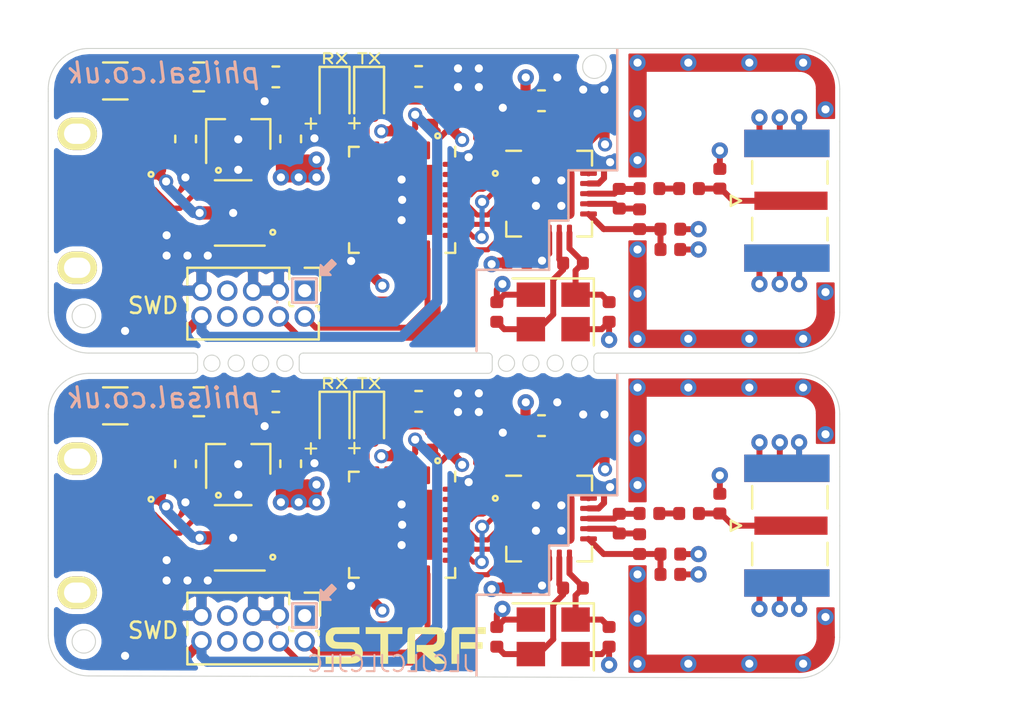
<source format=kicad_pcb>
(kicad_pcb (version 20171130) (host pcbnew "(5.1.6)-1")
  (layers (0 F.Cu signal) (1 In1.Cu signal) (2 In2.Cu signal) (31 B.Cu signal) (34 B.Paste user) (35 F.Paste user) (36 B.SilkS user) (37 F.SilkS user) (38 B.Mask user) (39 F.Mask user) (44 Edge.Cuts user))
  (net 0 "")
  (net 1 "Net-(C1-Pad1)")
  (net 2 GND)
  (net 3 +3V3)
  (net 4 NRST)
  (net 5 "Net-(C12-Pad1)")
  (net 6 NRF_XC1)
  (net 7 NRF_XC2)
  (net 8 "Net-(C15-Pad1)")
  (net 9 "Net-(C15-Pad2)")
  (net 10 NRF_VDD_PA)
  (net 11 "Net-(D1-Pad1)")
  (net 12 "Net-(D1-Pad2)")
  (net 13 "Net-(D2-Pad2)")
  (net 14 "Net-(D2-Pad1)")
  (net 15 +5V)
  (net 16 "Net-(J1-Pad4)")
  (net 17 SWDIO)
  (net 18 SWCLK)
  (net 19 NRF_ANT2)
  (net 20 NRF_ANT1)
  (net 21 NRF_IRQ)
  (net 22 SPI3_SCK)
  (net 23 SPI3_MISO)
  (net 24 SPI3_MOSI)
  (net 25 SPI3_!CS)
  (net 26 NRF_CE)
  (net 27 "Net-(U3-Pad2)")
  (net 28 "Net-(U3-Pad3)")
  (net 29 "Net-(U3-Pad10)")
  (net 30 "Net-(U3-Pad11)")
  (net 31 "Net-(U3-Pad12)")
  (net 32 "Net-(U3-Pad13)")
  (net 33 "Net-(U3-Pad14)")
  (net 34 "Net-(U3-Pad15)")
  (net 35 "Net-(U3-Pad18)")
  (net 36 "Net-(U3-Pad19)")
  (net 37 "Net-(U3-Pad20)")
  (net 38 USB_CONN_D-)
  (net 39 USB_CONN_D+)
  (net 40 USB_D-)
  (net 41 USB_D+)
  (net 42 "Net-(U3-Pad6)")
  (net 43 "Net-(U3-Pad7)")
  (net 44 "Net-(F1-Pad1)")
  (net 45 "Net-(R1-Pad1)")
  (net 46 "Net-(J3-Pad8)")
  (net 47 "Net-(J3-Pad7)")
  (net 48 "Net-(J3-Pad6)")
  (net 49 "Net-(R4-Pad1)")
  (module STRF-Silk:STRF-Logo (layer F.Cu) (at 38.83 56.4)
    (fp_text reference G*** hide)
    (fp_text value LOGO hide)
  )
  (module Inductor_SMD:L_0402_1005Metric (layer F.Cu) (at 50.35 51.41 90)
    (fp_text reference L3)
    (fp_text value 2n7)
    (pad 2 smd roundrect (at 0.485 0 90) (size 0.59 0.64) (layers F.Cu F.Paste F.Mask) (net 20 NRF_ANT1))
    (pad 1 smd roundrect (at -0.485 0 90) (size 0.59 0.64) (layers F.Cu F.Paste F.Mask) (net 10 NRF_VDD_PA))
  )
  (module Resistor_SMD:R_0603_1608Metric (layer F.Cu) (at 32.45 44.4 180)
    (fp_text reference R2)
    (fp_text value 2k2)
    (pad 2 smd roundrect (at 0.7875 0 180) (size 0.875 0.95) (layers F.Cu F.Paste F.Mask) (net 2 GND))
    (pad 1 smd roundrect (at -0.7875 0 180) (size 0.875 0.95) (layers F.Cu F.Paste F.Mask) (net 11 "Net-(D1-Pad1)"))
  )
  (module Package_TO_SOT_SMD:SOT-23 (layer F.Cu) (at 30.6 47.24 90)
    (fp_text reference U1)
    (fp_text value XC6206P332MR)
    (pad 3 smd rect (at 1 0 90) (size 0.9 0.8) (layers F.Cu F.Paste F.Mask) (net 1 "Net-(C1-Pad1)"))
    (pad 2 smd rect (at -1 0.95 90) (size 0.9 0.8) (layers F.Cu F.Paste F.Mask) (net 3 +3V3))
    (pad 1 smd rect (at -1 -0.95 90) (size 0.9 0.8) (layers F.Cu F.Paste F.Mask) (net 2 GND))
  )
  (module Package_DFN_QFN:QFN-32-1EP_5x5mm_P0.5mm_EP3.45x3.45mm (layer F.Cu) (at 38.665 50.455 270)
    (fp_text reference U3)
    (fp_text value STM32L432KBU6)
    (pad 32 smd roundrect (at -1.75 -2.4375 270) (size 0.25 0.875) (layers F.Cu F.Paste F.Mask) (net 2 GND))
    (pad 31 smd roundrect (at -1.25 -2.4375 270) (size 0.25 0.875) (layers F.Cu F.Paste F.Mask) (net 45 "Net-(R1-Pad1)"))
    (pad 30 smd roundrect (at -0.75 -2.4375 270) (size 0.25 0.875) (layers F.Cu F.Paste F.Mask) (net 26 NRF_CE))
    (pad 29 smd roundrect (at -0.25 -2.4375 270) (size 0.25 0.875) (layers F.Cu F.Paste F.Mask) (net 25 SPI3_!CS))
    (pad 28 smd roundrect (at 0.25 -2.4375 270) (size 0.25 0.875) (layers F.Cu F.Paste F.Mask) (net 24 SPI3_MOSI))
    (pad 27 smd roundrect (at 0.75 -2.4375 270) (size 0.25 0.875) (layers F.Cu F.Paste F.Mask) (net 23 SPI3_MISO))
    (pad 26 smd roundrect (at 1.25 -2.4375 270) (size 0.25 0.875) (layers F.Cu F.Paste F.Mask) (net 22 SPI3_SCK))
    (pad 25 smd roundrect (at 1.75 -2.4375 270) (size 0.25 0.875) (layers F.Cu F.Paste F.Mask) (net 21 NRF_IRQ))
    (pad 24 smd roundrect (at 2.4375 -1.75 270) (size 0.875 0.25) (layers F.Cu F.Paste F.Mask) (net 18 SWCLK))
    (pad 23 smd roundrect (at 2.4375 -1.25 270) (size 0.875 0.25) (layers F.Cu F.Paste F.Mask) (net 17 SWDIO))
    (pad 22 smd roundrect (at 2.4375 -0.75 270) (size 0.875 0.25) (layers F.Cu F.Paste F.Mask) (net 41 USB_D+))
    (pad 21 smd roundrect (at 2.4375 -0.25 270) (size 0.875 0.25) (layers F.Cu F.Paste F.Mask) (net 40 USB_D-))
    (pad 20 smd roundrect (at 2.4375 0.25 270) (size 0.875 0.25) (layers F.Cu F.Paste F.Mask) (net 37 "Net-(U3-Pad20)"))
    (pad 19 smd roundrect (at 2.4375 0.75 270) (size 0.875 0.25) (layers F.Cu F.Paste F.Mask) (net 36 "Net-(U3-Pad19)"))
    (pad 18 smd roundrect (at 2.4375 1.25 270) (size 0.875 0.25) (layers F.Cu F.Paste F.Mask) (net 35 "Net-(U3-Pad18)"))
    (pad 17 smd roundrect (at 2.4375 1.75 270) (size 0.875 0.25) (layers F.Cu F.Paste F.Mask) (net 3 +3V3))
    (pad 16 smd roundrect (at 1.75 2.4375 270) (size 0.25 0.875) (layers F.Cu F.Paste F.Mask) (net 2 GND))
    (pad 15 smd roundrect (at 1.25 2.4375 270) (size 0.25 0.875) (layers F.Cu F.Paste F.Mask) (net 34 "Net-(U3-Pad15)"))
    (pad 14 smd roundrect (at 0.75 2.4375 270) (size 0.25 0.875) (layers F.Cu F.Paste F.Mask) (net 33 "Net-(U3-Pad14)"))
    (pad 13 smd roundrect (at 0.25 2.4375 270) (size 0.25 0.875) (layers F.Cu F.Paste F.Mask) (net 32 "Net-(U3-Pad13)"))
    (pad 12 smd roundrect (at -0.25 2.4375 270) (size 0.25 0.875) (layers F.Cu F.Paste F.Mask) (net 31 "Net-(U3-Pad12)"))
    (pad 11 smd roundrect (at -0.75 2.4375 270) (size 0.25 0.875) (layers F.Cu F.Paste F.Mask) (net 30 "Net-(U3-Pad11)"))
    (pad 10 smd roundrect (at -1.25 2.4375 270) (size 0.25 0.875) (layers F.Cu F.Paste F.Mask) (net 29 "Net-(U3-Pad10)"))
    (pad 9 smd roundrect (at -1.75 2.4375 270) (size 0.25 0.875) (layers F.Cu F.Paste F.Mask) (net 12 "Net-(D1-Pad2)"))
    (pad 8 smd roundrect (at -2.4375 1.75 270) (size 0.875 0.25) (layers F.Cu F.Paste F.Mask) (net 13 "Net-(D2-Pad2)"))
    (pad 7 smd roundrect (at -2.4375 1.25 270) (size 0.875 0.25) (layers F.Cu F.Paste F.Mask) (net 43 "Net-(U3-Pad7)"))
    (pad 6 smd roundrect (at -2.4375 0.75 270) (size 0.875 0.25) (layers F.Cu F.Paste F.Mask) (net 42 "Net-(U3-Pad6)"))
    (pad 5 smd roundrect (at -2.4375 0.25 270) (size 0.875 0.25) (layers F.Cu F.Paste F.Mask) (net 3 +3V3))
    (pad 4 smd roundrect (at -2.4375 -0.25 270) (size 0.875 0.25) (layers F.Cu F.Paste F.Mask) (net 4 NRST))
    (pad 3 smd roundrect (at -2.4375 -0.75 270) (size 0.875 0.25) (layers F.Cu F.Paste F.Mask) (net 28 "Net-(U3-Pad3)"))
    (pad 2 smd roundrect (at -2.4375 -1.25 270) (size 0.875 0.25) (layers F.Cu F.Paste F.Mask) (net 27 "Net-(U3-Pad2)"))
    (pad 1 smd roundrect (at -2.4375 -1.75 270) (size 0.875 0.25) (layers F.Cu F.Paste F.Mask) (net 3 +3V3))
    (pad 33 smd roundrect (at 0 0 270) (size 3.45 3.45) (layers F.Cu F.Mask) (roundrect_rratio 0.072464) (net 2 GND))
  )
  (module Resistor_SMD:R_0402_1005Metric (layer F.Cu) (at 47.075 53.575)
    (fp_text reference R5)
    (fp_text value 1M)
    (pad 2 smd roundrect (at 0.485 0) (size 0.59 0.64) (layers F.Cu F.Paste F.Mask) (net 6 NRF_XC1))
    (pad 1 smd roundrect (at -0.485 0) (size 0.59 0.64) (layers F.Cu F.Paste F.Mask) (net 7 NRF_XC2))
  )
  (module Resistor_SMD:R_0402_1005Metric (layer F.Cu) (at 47.575 46.41 90)
    (fp_text reference R4)
    (fp_text value 22k)
    (pad 1 smd roundrect (at -0.485 0 90) (size 0.59 0.64) (layers F.Cu F.Paste F.Mask) (net 49 "Net-(R4-Pad1)"))
    (pad 2 smd roundrect (at 0.485 0 90) (size 0.59 0.64) (layers F.Cu F.Paste F.Mask) (net 2 GND))
  )
  (module Crystal:Crystal_SMD_3225-4Pin_3.2x2.5mm (layer F.Cu) (at 46.1 55.975 180)
    (fp_text reference Y1)
    (fp_text value 16MHz)
    (pad 4 smd rect (at -1.1 -0.85 180) (size 1.4 1.2) (layers F.Cu F.Paste F.Mask) (net 2 GND))
    (pad 3 smd rect (at 1.1 -0.85 180) (size 1.4 1.2) (layers F.Cu F.Paste F.Mask) (net 7 NRF_XC2))
    (pad 2 smd rect (at 1.1 0.85 180) (size 1.4 1.2) (layers F.Cu F.Paste F.Mask) (net 2 GND))
    (pad 1 smd rect (at -1.1 0.85 180) (size 1.4 1.2) (layers F.Cu F.Paste F.Mask) (net 6 NRF_XC1))
  )
  (module Resistor_SMD:R_0603_1608Metric (layer F.Cu) (at 39.4775 44.38)
    (fp_text reference R3)
    (fp_text value 2k2)
    (pad 1 smd roundrect (at -0.7875 0) (size 0.875 0.95) (layers F.Cu F.Paste F.Mask) (net 14 "Net-(D2-Pad1)"))
    (pad 2 smd roundrect (at 0.7875 0) (size 0.875 0.95) (layers F.Cu F.Paste F.Mask) (net 2 GND))
  )
  (module Package_DFN_QFN:QFN-20-1EP_4x4mm_P0.5mm_EP2.5x2.5mm (layer F.Cu) (at 45.9 50.15)
    (fp_text reference U4)
    (fp_text value nRF24L01P)
    (pad 20 smd roundrect (at -1 -1.9375) (size 0.25 0.825) (layers F.Cu F.Paste F.Mask) (net 2 GND))
    (pad 19 smd roundrect (at -0.5 -1.9375) (size 0.25 0.825) (layers F.Cu F.Paste F.Mask) (net 5 "Net-(C12-Pad1)"))
    (pad 18 smd roundrect (at 0 -1.9375) (size 0.25 0.825) (layers F.Cu F.Paste F.Mask) (net 3 +3V3))
    (pad 17 smd roundrect (at 0.5 -1.9375) (size 0.25 0.825) (layers F.Cu F.Paste F.Mask) (net 2 GND))
    (pad 16 smd roundrect (at 1 -1.9375) (size 0.25 0.825) (layers F.Cu F.Paste F.Mask) (net 49 "Net-(R4-Pad1)"))
    (pad 15 smd roundrect (at 1.9375 -1) (size 0.825 0.25) (layers F.Cu F.Paste F.Mask) (net 3 +3V3))
    (pad 14 smd roundrect (at 1.9375 -0.5) (size 0.825 0.25) (layers F.Cu F.Paste F.Mask) (net 2 GND))
    (pad 13 smd roundrect (at 1.9375 0) (size 0.825 0.25) (layers F.Cu F.Paste F.Mask) (net 19 NRF_ANT2))
    (pad 12 smd roundrect (at 1.9375 0.5) (size 0.825 0.25) (layers F.Cu F.Paste F.Mask) (net 20 NRF_ANT1))
    (pad 11 smd roundrect (at 1.9375 1) (size 0.825 0.25) (layers F.Cu F.Paste F.Mask) (net 10 NRF_VDD_PA))
    (pad 10 smd roundrect (at 1 1.9375) (size 0.25 0.825) (layers F.Cu F.Paste F.Mask) (net 6 NRF_XC1))
    (pad 9 smd roundrect (at 0.5 1.9375) (size 0.25 0.825) (layers F.Cu F.Paste F.Mask) (net 7 NRF_XC2))
    (pad 8 smd roundrect (at 0 1.9375) (size 0.25 0.825) (layers F.Cu F.Paste F.Mask) (net 2 GND))
    (pad 7 smd roundrect (at -0.5 1.9375) (size 0.25 0.825) (layers F.Cu F.Paste F.Mask) (net 3 +3V3))
    (pad 6 smd roundrect (at -1 1.9375) (size 0.25 0.825) (layers F.Cu F.Paste F.Mask) (net 21 NRF_IRQ))
    (pad 5 smd roundrect (at -1.9375 1) (size 0.825 0.25) (layers F.Cu F.Paste F.Mask) (net 23 SPI3_MISO))
    (pad 4 smd roundrect (at -1.9375 0.5) (size 0.825 0.25) (layers F.Cu F.Paste F.Mask) (net 24 SPI3_MOSI))
    (pad 3 smd roundrect (at -1.9375 0) (size 0.825 0.25) (layers F.Cu F.Paste F.Mask) (net 22 SPI3_SCK))
    (pad 2 smd roundrect (at -1.9375 -0.5) (size 0.825 0.25) (layers F.Cu F.Paste F.Mask) (net 25 SPI3_!CS))
    (pad 1 smd roundrect (at -1.9375 -1) (size 0.825 0.25) (layers F.Cu F.Paste F.Mask) (net 26 NRF_CE))
    (pad 21 smd roundrect (at 0 0) (size 2.5 2.5) (layers F.Cu F.Mask) (roundrect_rratio 0.1) (net 2 GND))
  )
  (module Inductor_SMD:L_0805_2012Metric (layer F.Cu) (at 28.6625 44.4 180)
    (fp_text reference FB1)
    (fp_text value "100 @ 100MHz")
    (pad 2 smd roundrect (at 0.9375 0 180) (size 0.975 1.4) (layers F.Cu F.Paste F.Mask) (net 44 "Net-(F1-Pad1)"))
    (pad 1 smd roundrect (at -0.9375 0 180) (size 0.975 1.4) (layers F.Cu F.Paste F.Mask) (net 1 "Net-(C1-Pad1)"))
  )
  (module Capacitor_SMD:C_0402_1005Metric (layer F.Cu) (at 48.85 55.975 270)
    (fp_text reference C13)
    (fp_text value 12p)
    (pad 1 smd roundrect (at -0.485 0 270) (size 0.59 0.64) (layers F.Cu F.Paste F.Mask) (net 6 NRF_XC1))
    (pad 2 smd roundrect (at 0.485 0 270) (size 0.59 0.64) (layers F.Cu F.Paste F.Mask) (net 2 GND))
  )
  (module LED_SMD:LED_0603_1608Metric (layer F.Cu) (at 35.34 45.3925 270)
    (fp_text reference D1)
    (fp_text value GR)
    (pad 2 smd roundrect (at 0.7875 0 270) (size 0.875 0.95) (layers F.Cu F.Paste F.Mask) (net 12 "Net-(D1-Pad2)"))
    (pad 1 smd roundrect (at -0.7875 0 270) (size 0.875 0.95) (layers F.Cu F.Paste F.Mask) (net 11 "Net-(D1-Pad1)"))
  )
  (module Capacitor_SMD:C_0402_1005Metric (layer F.Cu) (at 43.325 55.975 90)
    (fp_text reference C14)
    (fp_text value 12p)
    (pad 2 smd roundrect (at 0.485 0 90) (size 0.59 0.64) (layers F.Cu F.Paste F.Mask) (net 2 GND))
    (pad 1 smd roundrect (at -0.485 0 90) (size 0.59 0.64) (layers F.Cu F.Paste F.Mask) (net 7 NRF_XC2))
  )
  (module Capacitor_SMD:C_0402_1005Metric (layer F.Cu) (at 44.315 53.55)
    (fp_text reference C9)
    (fp_text value 10n)
    (pad 1 smd roundrect (at -0.485 0) (size 0.59 0.64) (layers F.Cu F.Paste F.Mask) (net 3 +3V3))
    (pad 2 smd roundrect (at 0.485 0) (size 0.59 0.64) (layers F.Cu F.Paste F.Mask) (net 2 GND))
  )
  (module Inductor_SMD:L_0402_1005Metric (layer F.Cu) (at 50.835 49.9)
    (fp_text reference L1)
    (fp_text value 3n9)
    (pad 1 smd roundrect (at -0.485 0) (size 0.59 0.64) (layers F.Cu F.Paste F.Mask) (net 19 NRF_ANT2))
    (pad 2 smd roundrect (at 0.485 0) (size 0.59 0.64) (layers F.Cu F.Paste F.Mask) (net 9 "Net-(C15-Pad2)"))
  )
  (module Capacitor_SMD:C_0402_1005Metric (layer F.Cu) (at 51.865 51.9 180)
    (fp_text reference C18)
    (fp_text value 4p7)
    (pad 2 smd roundrect (at 0.485 0 180) (size 0.59 0.64) (layers F.Cu F.Paste F.Mask) (net 10 NRF_VDD_PA))
    (pad 1 smd roundrect (at -0.485 0 180) (size 0.59 0.64) (layers F.Cu F.Paste F.Mask) (net 2 GND))
  )
  (module Capacitor_SMD:C_0402_1005Metric (layer F.Cu) (at 38.44 46.27 90)
    (fp_text reference C7)
    (fp_text value 100n)
    (pad 1 smd roundrect (at -0.485 0 90) (size 0.59 0.64) (layers F.Cu F.Paste F.Mask) (net 3 +3V3))
    (pad 2 smd roundrect (at 0.485 0 90) (size 0.59 0.64) (layers F.Cu F.Paste F.Mask) (net 2 GND))
  )
  (module Capacitor_SMD:C_0402_1005Metric (layer F.Cu) (at 36.64 54.13 180)
    (fp_text reference C6)
    (fp_text value 100n)
    (pad 2 smd roundrect (at 0.485 0 180) (size 0.59 0.64) (layers F.Cu F.Paste F.Mask) (net 2 GND))
    (pad 1 smd roundrect (at -0.485 0 180) (size 0.59 0.64) (layers F.Cu F.Paste F.Mask) (net 3 +3V3))
  )
  (module Capacitor_SMD:C_0402_1005Metric (layer F.Cu) (at 44.115 46.875 180)
    (fp_text reference C12)
    (fp_text value 33n)
    (pad 2 smd roundrect (at 0.485 0 180) (size 0.59 0.64) (layers F.Cu F.Paste F.Mask) (net 2 GND))
    (pad 1 smd roundrect (at -0.485 0 180) (size 0.59 0.64) (layers F.Cu F.Paste F.Mask) (net 5 "Net-(C12-Pad1)"))
  )
  (module LED_SMD:LED_0603_1608Metric (layer F.Cu) (at 37.04 45.3925 270)
    (fp_text reference D2)
    (fp_text value YE)
    (pad 1 smd roundrect (at -0.7875 0 270) (size 0.875 0.95) (layers F.Cu F.Paste F.Mask) (net 14 "Net-(D2-Pad1)"))
    (pad 2 smd roundrect (at 0.7875 0 270) (size 0.875 0.95) (layers F.Cu F.Paste F.Mask) (net 13 "Net-(D2-Pad2)"))
  )
  (module Inductor_SMD:L_0402_1005Metric (layer F.Cu) (at 49.35 50.4 270)
    (fp_text reference L2)
    (fp_text value 8n2)
    (pad 2 smd roundrect (at 0.485 0 270) (size 0.59 0.64) (layers F.Cu F.Paste F.Mask) (net 20 NRF_ANT1))
    (pad 1 smd roundrect (at -0.485 0 270) (size 0.59 0.64) (layers F.Cu F.Paste F.Mask) (net 19 NRF_ANT2))
  )
  (module Capacitor_SMD:C_0402_1005Metric (layer F.Cu) (at 52.785 49.9 180)
    (fp_text reference C15)
    (fp_text value 1p5)
    (pad 2 smd roundrect (at 0.485 0 180) (size 0.59 0.64) (layers F.Cu F.Paste F.Mask) (net 9 "Net-(C15-Pad2)"))
    (pad 1 smd roundrect (at -0.485 0 180) (size 0.59 0.64) (layers F.Cu F.Paste F.Mask) (net 8 "Net-(C15-Pad1)"))
  )
  (module Capacitor_SMD:C_0603_1608Metric (layer F.Cu) (at 45.525 45.575)
    (fp_text reference C8)
    (fp_text value 10u)
    (pad 1 smd roundrect (at -0.7875 0) (size 0.875 0.95) (layers F.Cu F.Paste F.Mask) (net 3 +3V3))
    (pad 2 smd roundrect (at 0.7875 0) (size 0.875 0.95) (layers F.Cu F.Paste F.Mask) (net 2 GND))
  )
  (module Capacitor_SMD:C_0402_1005Metric (layer F.Cu) (at 51.865 52.9 180)
    (fp_text reference C17)
    (fp_text value 2n2)
    (pad 1 smd roundrect (at -0.485 0 180) (size 0.59 0.64) (layers F.Cu F.Paste F.Mask) (net 2 GND))
    (pad 2 smd roundrect (at 0.485 0 180) (size 0.59 0.64) (layers F.Cu F.Paste F.Mask) (net 10 NRF_VDD_PA))
  )
  (module Capacitor_SMD:C_0402_1005Metric (layer F.Cu) (at 54.3 49.415 270)
    (fp_text reference C16)
    (fp_text value 1p)
    (pad 1 smd roundrect (at -0.485 0 270) (size 0.59 0.64) (layers F.Cu F.Paste F.Mask) (net 2 GND))
    (pad 2 smd roundrect (at 0.485 0 270) (size 0.59 0.64) (layers F.Cu F.Paste F.Mask) (net 8 "Net-(C15-Pad1)"))
  )
  (module Capacitor_SMD:C_0402_1005Metric (layer F.Cu) (at 46.075 46.875)
    (fp_text reference C11)
    (fp_text value 10n)
    (pad 1 smd roundrect (at -0.485 0) (size 0.59 0.64) (layers F.Cu F.Paste F.Mask) (net 3 +3V3))
    (pad 2 smd roundrect (at 0.485 0) (size 0.59 0.64) (layers F.Cu F.Paste F.Mask) (net 2 GND))
  )
  (module Capacitor_SMD:C_0402_1005Metric (layer F.Cu) (at 48.625 46.415 90)
    (fp_text reference C10)
    (fp_text value 10n)
    (pad 2 smd roundrect (at 0.485 0 90) (size 0.59 0.64) (layers F.Cu F.Paste F.Mask) (net 2 GND))
    (pad 1 smd roundrect (at -0.485 0 90) (size 0.59 0.64) (layers F.Cu F.Paste F.Mask) (net 3 +3V3))
  )
  (module Package_TO_SOT_SMD:SOT-23-6 (layer F.Cu) (at 30.35 51.1 180)
    (fp_text reference U2)
    (fp_text value USBLC6-2SC6)
    (pad 1 smd rect (at -1.1 -0.95 180) (size 1.06 0.65) (layers F.Cu F.Paste F.Mask) (net 41 USB_D+))
    (pad 2 smd rect (at -1.1 0 180) (size 1.06 0.65) (layers F.Cu F.Paste F.Mask) (net 2 GND))
    (pad 3 smd rect (at -1.1 0.95 180) (size 1.06 0.65) (layers F.Cu F.Paste F.Mask) (net 40 USB_D-))
    (pad 4 smd rect (at 1.1 0.95 180) (size 1.06 0.65) (layers F.Cu F.Paste F.Mask) (net 38 USB_CONN_D-))
    (pad 6 smd rect (at 1.1 -0.95 180) (size 1.06 0.65) (layers F.Cu F.Paste F.Mask) (net 39 USB_CONN_D+))
    (pad 5 smd rect (at 1.1 0 180) (size 1.06 0.65) (layers F.Cu F.Paste F.Mask) (net 15 +5V))
  )
  (module Connector_PinHeader_1.27mm:PinHeader_2x05_P1.27mm_Vertical (layer F.Cu) (at 33.87 54.93 270)
    (fp_text reference J3)
    (fp_text value "ARM 10pin")
    (pad 1 thru_hole rect (at 0 0 270) (size 1 1) (drill 0.65) (layers *.Cu *.Mask) (net 3 +3V3))
    (pad 2 thru_hole oval (at 1.27 0 270) (size 1 1) (drill 0.65) (layers *.Cu *.Mask) (net 17 SWDIO))
    (pad 3 thru_hole oval (at 0 1.27 270) (size 1 1) (drill 0.65) (layers *.Cu *.Mask) (net 2 GND))
    (pad 4 thru_hole oval (at 1.27 1.27 270) (size 1 1) (drill 0.65) (layers *.Cu *.Mask) (net 18 SWCLK))
    (pad 5 thru_hole oval (at 0 2.54 270) (size 1 1) (drill 0.65) (layers *.Cu *.Mask) (net 2 GND))
    (pad 6 thru_hole oval (at 1.27 2.54 270) (size 1 1) (drill 0.65) (layers *.Cu *.Mask) (net 48 "Net-(J3-Pad6)"))
    (pad 7 thru_hole oval (at 0 3.81 270) (size 1 1) (drill 0.65) (layers *.Cu *.Mask) (net 47 "Net-(J3-Pad7)"))
    (pad 8 thru_hole oval (at 1.27 3.81 270) (size 1 1) (drill 0.65) (layers *.Cu *.Mask) (net 46 "Net-(J3-Pad8)"))
    (pad 9 thru_hole oval (at 0 5.08 270) (size 1 1) (drill 0.65) (layers *.Cu *.Mask) (net 2 GND))
    (pad 10 thru_hole oval (at 1.27 5.08 270) (size 1 1) (drill 0.65) (layers *.Cu *.Mask) (net 4 NRST))
  )
  (module Capacitor_SMD:C_0402_1005Metric (layer F.Cu) (at 41.165 46.27 90)
    (fp_text reference C4)
    (fp_text value 1u)
    (pad 2 smd roundrect (at 0.485 0 90) (size 0.59 0.64) (layers F.Cu F.Paste F.Mask) (net 2 GND))
    (pad 1 smd roundrect (at -0.485 0 90) (size 0.59 0.64) (layers F.Cu F.Paste F.Mask) (net 3 +3V3))
  )
  (module Capacitor_SMD:C_0603_1608Metric (layer F.Cu) (at 33.18 47.4525 90)
    (fp_text reference C2)
    (fp_text value 10u)
    (pad 2 smd roundrect (at 0.7875 0 90) (size 0.875 0.95) (layers F.Cu F.Paste F.Mask) (net 2 GND))
    (pad 1 smd roundrect (at -0.7875 0 90) (size 0.875 0.95) (layers F.Cu F.Paste F.Mask) (net 3 +3V3))
  )
  (module Fuse:Fuse_1206_3216Metric (layer F.Cu) (at 24.55 44.6 180)
    (fp_text reference F1)
    (fp_text value 100mA)
    (pad 1 smd roundrect (at -1.4 0 180) (size 1.25 1.75) (layers F.Cu F.Paste F.Mask) (roundrect_rratio 0.2) (net 44 "Net-(F1-Pad1)"))
    (pad 2 smd roundrect (at 1.4 0 180) (size 1.25 1.75) (layers F.Cu F.Paste F.Mask) (roundrect_rratio 0.2) (net 15 +5V))
  )
  (module 10118193-0001LF:101181930001LF (layer F.Cu) (at 22.75 50.5 270)
    (fp_text reference J1)
    (fp_text value USB_B_Micro hide)
    (pad 1 smd rect (at -1.3 -2.6 270) (size 0.4 1.35) (layers F.Cu F.Paste F.Mask) (net 15 +5V))
    (pad 2 smd rect (at -0.65 -2.6 270) (size 0.4 1.35) (layers F.Cu F.Paste F.Mask) (net 38 USB_CONN_D-))
    (pad 3 smd rect (at 0 -2.6 270) (size 0.4 1.35) (layers F.Cu F.Paste F.Mask) (net 39 USB_CONN_D+))
    (pad 4 smd rect (at 0.65 -2.6 270) (size 0.4 1.35) (layers F.Cu F.Paste F.Mask) (net 16 "Net-(J1-Pad4)"))
    (pad 5 smd rect (at 1.3 -2.6 270) (size 0.4 1.35) (layers F.Cu F.Paste F.Mask) (net 2 GND))
    (pad MH1 thru_hole oval (at -3.3 0.075) (size 1.95 1.6) (drill oval 1.3 1) (layers *.Cu *.Mask F.SilkS))
    (pad MH2 thru_hole oval (at 3.3 0.075) (size 1.95 1.6) (drill oval 1.3 1) (layers *.Cu *.Mask F.SilkS))
    (pad MP1 smd rect (at -3.2 -2.375) (size 1.4 1.6) (layers F.Cu F.Paste F.Mask))
    (pad MP2 smd rect (at -1.2 0.075) (size 1.6 1.9) (layers F.Cu F.Paste F.Mask))
    (pad MP3 smd rect (at 1.2 0.075) (size 1.6 1.9) (layers F.Cu F.Paste F.Mask))
    (pad MP4 smd rect (at 3.2 -2.375) (size 1.4 1.6) (layers F.Cu F.Paste F.Mask))
  )
  (module Capacitor_SMD:C_0402_1005Metric (layer F.Cu) (at 26.435 56.91 180)
    (fp_text reference C3)
    (fp_text value 100n)
    (pad 1 smd roundrect (at -0.485 0 180) (size 0.59 0.64) (layers F.Cu F.Paste F.Mask) (net 4 NRST))
    (pad 2 smd roundrect (at 0.485 0 180) (size 0.59 0.64) (layers F.Cu F.Paste F.Mask) (net 2 GND))
  )
  (module Connector_Coaxial:SMA_Samtec_SMA-J-P-X-ST-EM1_EdgeMount (layer F.Cu) (at 57.6 50.5 90)
    (fp_text reference J2)
    (fp_text value SMA)
    (pad 1 smd rect (at 0 0.2 90) (size 0.9 3.6) (layers F.Cu F.Paste F.Mask) (net 8 "Net-(C15-Pad1)"))
    (pad 2 smd rect (at 2.825 0 90) (size 1.35 4.2) (layers F.Cu F.Paste F.Mask) (net 2 GND))
    (pad 2 smd rect (at -2.825 0 90) (size 1.35 4.2) (layers F.Cu F.Paste F.Mask) (net 2 GND))
    (pad 2 smd rect (at 2.825 0 90) (size 1.35 4.2) (layers B.Cu B.Paste B.Mask) (net 2 GND))
    (pad 2 smd rect (at -2.825 0 90) (size 1.35 4.2) (layers B.Cu B.Paste B.Mask) (net 2 GND))
  )
  (module Capacitor_SMD:C_0603_1608Metric (layer F.Cu) (at 28.01 47.4575 270)
    (fp_text reference C1)
    (fp_text value 10u)
    (pad 2 smd roundrect (at 0.7875 0 270) (size 0.875 0.95) (layers F.Cu F.Paste F.Mask) (net 2 GND))
    (pad 1 smd roundrect (at -0.7875 0 270) (size 0.875 0.95) (layers F.Cu F.Paste F.Mask) (net 1 "Net-(C1-Pad1)"))
  )
  (module Resistor_SMD:R_0402_1005Metric (layer F.Cu) (at 42.215 46.265 90)
    (fp_text reference R1)
    (fp_text value 2k2)
    (pad 1 smd roundrect (at -0.485 0 90) (size 0.59 0.64) (layers F.Cu F.Paste F.Mask) (net 45 "Net-(R1-Pad1)"))
    (pad 2 smd roundrect (at 0.485 0 90) (size 0.59 0.64) (layers F.Cu F.Paste F.Mask) (net 2 GND))
  )
  (module Capacitor_SMD:C_0402_1005Metric (layer F.Cu) (at 40.115 46.27 90)
    (fp_text reference C5)
    (fp_text value 100n)
    (pad 2 smd roundrect (at 0.485 0 90) (size 0.59 0.64) (layers F.Cu F.Paste F.Mask) (net 2 GND))
    (pad 1 smd roundrect (at -0.485 0 90) (size 0.59 0.64) (layers F.Cu F.Paste F.Mask) (net 3 +3V3))
  )
  (module 10118193-0001LF:101181930001LF (layer F.Cu) (at 22.75 34.5 270)
    (fp_text reference J1)
    (fp_text value USB_B_Micro hide)
    (pad MP4 smd rect (at 3.2 -2.375) (size 1.4 1.6) (layers F.Cu F.Paste F.Mask))
    (pad MP3 smd rect (at 1.2 0.075) (size 1.6 1.9) (layers F.Cu F.Paste F.Mask))
    (pad MP2 smd rect (at -1.2 0.075) (size 1.6 1.9) (layers F.Cu F.Paste F.Mask))
    (pad MP1 smd rect (at -3.2 -2.375) (size 1.4 1.6) (layers F.Cu F.Paste F.Mask))
    (pad MH2 thru_hole oval (at 3.3 0.075) (size 1.95 1.6) (drill oval 1.3 1) (layers *.Cu *.Mask F.SilkS))
    (pad MH1 thru_hole oval (at -3.3 0.075) (size 1.95 1.6) (drill oval 1.3 1) (layers *.Cu *.Mask F.SilkS))
    (pad 5 smd rect (at 1.3 -2.6 270) (size 0.4 1.35) (layers F.Cu F.Paste F.Mask) (net 2 GND))
    (pad 4 smd rect (at 0.65 -2.6 270) (size 0.4 1.35) (layers F.Cu F.Paste F.Mask) (net 16 "Net-(J1-Pad4)"))
    (pad 3 smd rect (at 0 -2.6 270) (size 0.4 1.35) (layers F.Cu F.Paste F.Mask) (net 39 USB_CONN_D+))
    (pad 2 smd rect (at -0.65 -2.6 270) (size 0.4 1.35) (layers F.Cu F.Paste F.Mask) (net 38 USB_CONN_D-))
    (pad 1 smd rect (at -1.3 -2.6 270) (size 0.4 1.35) (layers F.Cu F.Paste F.Mask) (net 15 +5V))
  )
  (module Resistor_SMD:R_0402_1005Metric (layer F.Cu) (at 42.215 30.265 90)
    (fp_text reference R1)
    (fp_text value 2k2)
    (pad 2 smd roundrect (at 0.485 0 90) (size 0.59 0.64) (layers F.Cu F.Paste F.Mask) (net 2 GND))
    (pad 1 smd roundrect (at -0.485 0 90) (size 0.59 0.64) (layers F.Cu F.Paste F.Mask) (net 45 "Net-(R1-Pad1)"))
  )
  (module Fuse:Fuse_1206_3216Metric (layer F.Cu) (at 24.55 28.6 180)
    (fp_text reference F1)
    (fp_text value 100mA)
    (pad 2 smd roundrect (at 1.4 0 180) (size 1.25 1.75) (layers F.Cu F.Paste F.Mask) (roundrect_rratio 0.2) (net 15 +5V))
    (pad 1 smd roundrect (at -1.4 0 180) (size 1.25 1.75) (layers F.Cu F.Paste F.Mask) (roundrect_rratio 0.2) (net 44 "Net-(F1-Pad1)"))
  )
  (module Connector_Coaxial:SMA_Samtec_SMA-J-P-X-ST-EM1_EdgeMount (layer F.Cu) (at 57.6 34.5 90)
    (fp_text reference J2)
    (fp_text value SMA)
    (pad 2 smd rect (at -2.825 0 90) (size 1.35 4.2) (layers B.Cu B.Paste B.Mask) (net 2 GND))
    (pad 2 smd rect (at 2.825 0 90) (size 1.35 4.2) (layers B.Cu B.Paste B.Mask) (net 2 GND))
    (pad 2 smd rect (at -2.825 0 90) (size 1.35 4.2) (layers F.Cu F.Paste F.Mask) (net 2 GND))
    (pad 2 smd rect (at 2.825 0 90) (size 1.35 4.2) (layers F.Cu F.Paste F.Mask) (net 2 GND))
    (pad 1 smd rect (at 0 0.2 90) (size 0.9 3.6) (layers F.Cu F.Paste F.Mask) (net 8 "Net-(C15-Pad1)"))
  )
  (module Connector_PinHeader_1.27mm:PinHeader_2x05_P1.27mm_Vertical (layer F.Cu) (at 33.87 38.93 270)
    (fp_text reference J3)
    (fp_text value "ARM 10pin")
    (pad 10 thru_hole oval (at 1.27 5.08 270) (size 1 1) (drill 0.65) (layers *.Cu *.Mask) (net 4 NRST))
    (pad 9 thru_hole oval (at 0 5.08 270) (size 1 1) (drill 0.65) (layers *.Cu *.Mask) (net 2 GND))
    (pad 8 thru_hole oval (at 1.27 3.81 270) (size 1 1) (drill 0.65) (layers *.Cu *.Mask) (net 46 "Net-(J3-Pad8)"))
    (pad 7 thru_hole oval (at 0 3.81 270) (size 1 1) (drill 0.65) (layers *.Cu *.Mask) (net 47 "Net-(J3-Pad7)"))
    (pad 6 thru_hole oval (at 1.27 2.54 270) (size 1 1) (drill 0.65) (layers *.Cu *.Mask) (net 48 "Net-(J3-Pad6)"))
    (pad 5 thru_hole oval (at 0 2.54 270) (size 1 1) (drill 0.65) (layers *.Cu *.Mask) (net 2 GND))
    (pad 4 thru_hole oval (at 1.27 1.27 270) (size 1 1) (drill 0.65) (layers *.Cu *.Mask) (net 18 SWCLK))
    (pad 3 thru_hole oval (at 0 1.27 270) (size 1 1) (drill 0.65) (layers *.Cu *.Mask) (net 2 GND))
    (pad 2 thru_hole oval (at 1.27 0 270) (size 1 1) (drill 0.65) (layers *.Cu *.Mask) (net 17 SWDIO))
    (pad 1 thru_hole rect (at 0 0 270) (size 1 1) (drill 0.65) (layers *.Cu *.Mask) (net 3 +3V3))
  )
  (module Package_TO_SOT_SMD:SOT-23-6 (layer F.Cu) (at 30.35 35.1 180)
    (fp_text reference U2)
    (fp_text value USBLC6-2SC6)
    (pad 5 smd rect (at 1.1 0 180) (size 1.06 0.65) (layers F.Cu F.Paste F.Mask) (net 15 +5V))
    (pad 6 smd rect (at 1.1 -0.95 180) (size 1.06 0.65) (layers F.Cu F.Paste F.Mask) (net 39 USB_CONN_D+))
    (pad 4 smd rect (at 1.1 0.95 180) (size 1.06 0.65) (layers F.Cu F.Paste F.Mask) (net 38 USB_CONN_D-))
    (pad 3 smd rect (at -1.1 0.95 180) (size 1.06 0.65) (layers F.Cu F.Paste F.Mask) (net 40 USB_D-))
    (pad 2 smd rect (at -1.1 0 180) (size 1.06 0.65) (layers F.Cu F.Paste F.Mask) (net 2 GND))
    (pad 1 smd rect (at -1.1 -0.95 180) (size 1.06 0.65) (layers F.Cu F.Paste F.Mask) (net 41 USB_D+))
  )
  (module Capacitor_SMD:C_0603_1608Metric (layer F.Cu) (at 28.01 31.4575 270)
    (fp_text reference C1)
    (fp_text value 10u)
    (pad 1 smd roundrect (at -0.7875 0 270) (size 0.875 0.95) (layers F.Cu F.Paste F.Mask) (net 1 "Net-(C1-Pad1)"))
    (pad 2 smd roundrect (at 0.7875 0 270) (size 0.875 0.95) (layers F.Cu F.Paste F.Mask) (net 2 GND))
  )
  (module Capacitor_SMD:C_0603_1608Metric (layer F.Cu) (at 33.18 31.4525 90)
    (fp_text reference C2)
    (fp_text value 10u)
    (pad 1 smd roundrect (at -0.7875 0 90) (size 0.875 0.95) (layers F.Cu F.Paste F.Mask) (net 3 +3V3))
    (pad 2 smd roundrect (at 0.7875 0 90) (size 0.875 0.95) (layers F.Cu F.Paste F.Mask) (net 2 GND))
  )
  (module Capacitor_SMD:C_0402_1005Metric (layer F.Cu) (at 26.435 40.91 180)
    (fp_text reference C3)
    (fp_text value 100n)
    (pad 2 smd roundrect (at 0.485 0 180) (size 0.59 0.64) (layers F.Cu F.Paste F.Mask) (net 2 GND))
    (pad 1 smd roundrect (at -0.485 0 180) (size 0.59 0.64) (layers F.Cu F.Paste F.Mask) (net 4 NRST))
  )
  (module Capacitor_SMD:C_0402_1005Metric (layer F.Cu) (at 41.165 30.27 90)
    (fp_text reference C4)
    (fp_text value 1u)
    (pad 1 smd roundrect (at -0.485 0 90) (size 0.59 0.64) (layers F.Cu F.Paste F.Mask) (net 3 +3V3))
    (pad 2 smd roundrect (at 0.485 0 90) (size 0.59 0.64) (layers F.Cu F.Paste F.Mask) (net 2 GND))
  )
  (module Capacitor_SMD:C_0402_1005Metric (layer F.Cu) (at 40.115 30.27 90)
    (fp_text reference C5)
    (fp_text value 100n)
    (pad 1 smd roundrect (at -0.485 0 90) (size 0.59 0.64) (layers F.Cu F.Paste F.Mask) (net 3 +3V3))
    (pad 2 smd roundrect (at 0.485 0 90) (size 0.59 0.64) (layers F.Cu F.Paste F.Mask) (net 2 GND))
  )
  (module Capacitor_SMD:C_0402_1005Metric (layer F.Cu) (at 36.64 38.13 180)
    (fp_text reference C6)
    (fp_text value 100n)
    (pad 1 smd roundrect (at -0.485 0 180) (size 0.59 0.64) (layers F.Cu F.Paste F.Mask) (net 3 +3V3))
    (pad 2 smd roundrect (at 0.485 0 180) (size 0.59 0.64) (layers F.Cu F.Paste F.Mask) (net 2 GND))
  )
  (module Capacitor_SMD:C_0402_1005Metric (layer F.Cu) (at 38.44 30.27 90)
    (fp_text reference C7)
    (fp_text value 100n)
    (pad 2 smd roundrect (at 0.485 0 90) (size 0.59 0.64) (layers F.Cu F.Paste F.Mask) (net 2 GND))
    (pad 1 smd roundrect (at -0.485 0 90) (size 0.59 0.64) (layers F.Cu F.Paste F.Mask) (net 3 +3V3))
  )
  (module Capacitor_SMD:C_0603_1608Metric (layer F.Cu) (at 45.525 29.575)
    (fp_text reference C8)
    (fp_text value 10u)
    (pad 2 smd roundrect (at 0.7875 0) (size 0.875 0.95) (layers F.Cu F.Paste F.Mask) (net 2 GND))
    (pad 1 smd roundrect (at -0.7875 0) (size 0.875 0.95) (layers F.Cu F.Paste F.Mask) (net 3 +3V3))
  )
  (module Capacitor_SMD:C_0402_1005Metric (layer F.Cu) (at 44.315 37.55)
    (fp_text reference C9)
    (fp_text value 10n)
    (pad 2 smd roundrect (at 0.485 0) (size 0.59 0.64) (layers F.Cu F.Paste F.Mask) (net 2 GND))
    (pad 1 smd roundrect (at -0.485 0) (size 0.59 0.64) (layers F.Cu F.Paste F.Mask) (net 3 +3V3))
  )
  (module Capacitor_SMD:C_0402_1005Metric (layer F.Cu) (at 48.625 30.415 90)
    (fp_text reference C10)
    (fp_text value 10n)
    (pad 1 smd roundrect (at -0.485 0 90) (size 0.59 0.64) (layers F.Cu F.Paste F.Mask) (net 3 +3V3))
    (pad 2 smd roundrect (at 0.485 0 90) (size 0.59 0.64) (layers F.Cu F.Paste F.Mask) (net 2 GND))
  )
  (module Capacitor_SMD:C_0402_1005Metric (layer F.Cu) (at 46.075 30.875)
    (fp_text reference C11)
    (fp_text value 10n)
    (pad 2 smd roundrect (at 0.485 0) (size 0.59 0.64) (layers F.Cu F.Paste F.Mask) (net 2 GND))
    (pad 1 smd roundrect (at -0.485 0) (size 0.59 0.64) (layers F.Cu F.Paste F.Mask) (net 3 +3V3))
  )
  (module Capacitor_SMD:C_0402_1005Metric (layer F.Cu) (at 44.115 30.875 180)
    (fp_text reference C12)
    (fp_text value 33n)
    (pad 1 smd roundrect (at -0.485 0 180) (size 0.59 0.64) (layers F.Cu F.Paste F.Mask) (net 5 "Net-(C12-Pad1)"))
    (pad 2 smd roundrect (at 0.485 0 180) (size 0.59 0.64) (layers F.Cu F.Paste F.Mask) (net 2 GND))
  )
  (module Capacitor_SMD:C_0402_1005Metric (layer F.Cu) (at 48.85 39.975 270)
    (fp_text reference C13)
    (fp_text value 12p)
    (pad 2 smd roundrect (at 0.485 0 270) (size 0.59 0.64) (layers F.Cu F.Paste F.Mask) (net 2 GND))
    (pad 1 smd roundrect (at -0.485 0 270) (size 0.59 0.64) (layers F.Cu F.Paste F.Mask) (net 6 NRF_XC1))
  )
  (module Capacitor_SMD:C_0402_1005Metric (layer F.Cu) (at 43.325 39.975 90)
    (fp_text reference C14)
    (fp_text value 12p)
    (pad 1 smd roundrect (at -0.485 0 90) (size 0.59 0.64) (layers F.Cu F.Paste F.Mask) (net 7 NRF_XC2))
    (pad 2 smd roundrect (at 0.485 0 90) (size 0.59 0.64) (layers F.Cu F.Paste F.Mask) (net 2 GND))
  )
  (module Capacitor_SMD:C_0402_1005Metric (layer F.Cu) (at 52.785 33.9 180)
    (fp_text reference C15)
    (fp_text value 1p5)
    (pad 1 smd roundrect (at -0.485 0 180) (size 0.59 0.64) (layers F.Cu F.Paste F.Mask) (net 8 "Net-(C15-Pad1)"))
    (pad 2 smd roundrect (at 0.485 0 180) (size 0.59 0.64) (layers F.Cu F.Paste F.Mask) (net 9 "Net-(C15-Pad2)"))
  )
  (module Capacitor_SMD:C_0402_1005Metric (layer F.Cu) (at 54.3 33.415 270)
    (fp_text reference C16)
    (fp_text value 1p)
    (pad 2 smd roundrect (at 0.485 0 270) (size 0.59 0.64) (layers F.Cu F.Paste F.Mask) (net 8 "Net-(C15-Pad1)"))
    (pad 1 smd roundrect (at -0.485 0 270) (size 0.59 0.64) (layers F.Cu F.Paste F.Mask) (net 2 GND))
  )
  (module Capacitor_SMD:C_0402_1005Metric (layer F.Cu) (at 51.865 36.9 180)
    (fp_text reference C17)
    (fp_text value 2n2)
    (pad 2 smd roundrect (at 0.485 0 180) (size 0.59 0.64) (layers F.Cu F.Paste F.Mask) (net 10 NRF_VDD_PA))
    (pad 1 smd roundrect (at -0.485 0 180) (size 0.59 0.64) (layers F.Cu F.Paste F.Mask) (net 2 GND))
  )
  (module Capacitor_SMD:C_0402_1005Metric (layer F.Cu) (at 51.865 35.9 180)
    (fp_text reference C18)
    (fp_text value 4p7)
    (pad 1 smd roundrect (at -0.485 0 180) (size 0.59 0.64) (layers F.Cu F.Paste F.Mask) (net 2 GND))
    (pad 2 smd roundrect (at 0.485 0 180) (size 0.59 0.64) (layers F.Cu F.Paste F.Mask) (net 10 NRF_VDD_PA))
  )
  (module LED_SMD:LED_0603_1608Metric (layer F.Cu) (at 35.34 29.3925 270)
    (fp_text reference D1)
    (fp_text value GR)
    (pad 1 smd roundrect (at -0.7875 0 270) (size 0.875 0.95) (layers F.Cu F.Paste F.Mask) (net 11 "Net-(D1-Pad1)"))
    (pad 2 smd roundrect (at 0.7875 0 270) (size 0.875 0.95) (layers F.Cu F.Paste F.Mask) (net 12 "Net-(D1-Pad2)"))
  )
  (module LED_SMD:LED_0603_1608Metric (layer F.Cu) (at 37.04 29.3925 270)
    (fp_text reference D2)
    (fp_text value YE)
    (pad 2 smd roundrect (at 0.7875 0 270) (size 0.875 0.95) (layers F.Cu F.Paste F.Mask) (net 13 "Net-(D2-Pad2)"))
    (pad 1 smd roundrect (at -0.7875 0 270) (size 0.875 0.95) (layers F.Cu F.Paste F.Mask) (net 14 "Net-(D2-Pad1)"))
  )
  (module Inductor_SMD:L_0805_2012Metric (layer F.Cu) (at 28.6625 28.4 180)
    (fp_text reference FB1)
    (fp_text value "100 @ 100MHz")
    (pad 1 smd roundrect (at -0.9375 0 180) (size 0.975 1.4) (layers F.Cu F.Paste F.Mask) (net 1 "Net-(C1-Pad1)"))
    (pad 2 smd roundrect (at 0.9375 0 180) (size 0.975 1.4) (layers F.Cu F.Paste F.Mask) (net 44 "Net-(F1-Pad1)"))
  )
  (module Inductor_SMD:L_0402_1005Metric (layer F.Cu) (at 50.835 33.9)
    (fp_text reference L1)
    (fp_text value 3n9)
    (pad 2 smd roundrect (at 0.485 0) (size 0.59 0.64) (layers F.Cu F.Paste F.Mask) (net 9 "Net-(C15-Pad2)"))
    (pad 1 smd roundrect (at -0.485 0) (size 0.59 0.64) (layers F.Cu F.Paste F.Mask) (net 19 NRF_ANT2))
  )
  (module Inductor_SMD:L_0402_1005Metric (layer F.Cu) (at 49.35 34.4 270)
    (fp_text reference L2)
    (fp_text value 8n2)
    (pad 1 smd roundrect (at -0.485 0 270) (size 0.59 0.64) (layers F.Cu F.Paste F.Mask) (net 19 NRF_ANT2))
    (pad 2 smd roundrect (at 0.485 0 270) (size 0.59 0.64) (layers F.Cu F.Paste F.Mask) (net 20 NRF_ANT1))
  )
  (module Inductor_SMD:L_0402_1005Metric (layer F.Cu) (at 50.35 35.41 90)
    (fp_text reference L3)
    (fp_text value 2n7)
    (pad 1 smd roundrect (at -0.485 0 90) (size 0.59 0.64) (layers F.Cu F.Paste F.Mask) (net 10 NRF_VDD_PA))
    (pad 2 smd roundrect (at 0.485 0 90) (size 0.59 0.64) (layers F.Cu F.Paste F.Mask) (net 20 NRF_ANT1))
  )
  (module Resistor_SMD:R_0603_1608Metric (layer F.Cu) (at 32.45 28.4 180)
    (fp_text reference R2)
    (fp_text value 2k2)
    (pad 1 smd roundrect (at -0.7875 0 180) (size 0.875 0.95) (layers F.Cu F.Paste F.Mask) (net 11 "Net-(D1-Pad1)"))
    (pad 2 smd roundrect (at 0.7875 0 180) (size 0.875 0.95) (layers F.Cu F.Paste F.Mask) (net 2 GND))
  )
  (module Resistor_SMD:R_0603_1608Metric (layer F.Cu) (at 39.4775 28.38)
    (fp_text reference R3)
    (fp_text value 2k2)
    (pad 2 smd roundrect (at 0.7875 0) (size 0.875 0.95) (layers F.Cu F.Paste F.Mask) (net 2 GND))
    (pad 1 smd roundrect (at -0.7875 0) (size 0.875 0.95) (layers F.Cu F.Paste F.Mask) (net 14 "Net-(D2-Pad1)"))
  )
  (module Resistor_SMD:R_0402_1005Metric (layer F.Cu) (at 47.575 30.41 90)
    (fp_text reference R4)
    (fp_text value 22k)
    (pad 2 smd roundrect (at 0.485 0 90) (size 0.59 0.64) (layers F.Cu F.Paste F.Mask) (net 2 GND))
    (pad 1 smd roundrect (at -0.485 0 90) (size 0.59 0.64) (layers F.Cu F.Paste F.Mask) (net 49 "Net-(R4-Pad1)"))
  )
  (module Resistor_SMD:R_0402_1005Metric (layer F.Cu) (at 47.075 37.575)
    (fp_text reference R5)
    (fp_text value 1M)
    (pad 1 smd roundrect (at -0.485 0) (size 0.59 0.64) (layers F.Cu F.Paste F.Mask) (net 7 NRF_XC2))
    (pad 2 smd roundrect (at 0.485 0) (size 0.59 0.64) (layers F.Cu F.Paste F.Mask) (net 6 NRF_XC1))
  )
  (module Package_TO_SOT_SMD:SOT-23 (layer F.Cu) (at 30.6 31.24 90)
    (fp_text reference U1)
    (fp_text value XC6206P332MR)
    (pad 1 smd rect (at -1 -0.95 90) (size 0.9 0.8) (layers F.Cu F.Paste F.Mask) (net 2 GND))
    (pad 2 smd rect (at -1 0.95 90) (size 0.9 0.8) (layers F.Cu F.Paste F.Mask) (net 3 +3V3))
    (pad 3 smd rect (at 1 0 90) (size 0.9 0.8) (layers F.Cu F.Paste F.Mask) (net 1 "Net-(C1-Pad1)"))
  )
  (module Package_DFN_QFN:QFN-32-1EP_5x5mm_P0.5mm_EP3.45x3.45mm (layer F.Cu) (at 38.665 34.455 270)
    (fp_text reference U3)
    (fp_text value STM32L432KBU6)
    (pad 33 smd roundrect (at 0 0 270) (size 3.45 3.45) (layers F.Cu F.Mask) (roundrect_rratio 0.072464) (net 2 GND))
    (pad 1 smd roundrect (at -2.4375 -1.75 270) (size 0.875 0.25) (layers F.Cu F.Paste F.Mask) (net 3 +3V3))
    (pad 2 smd roundrect (at -2.4375 -1.25 270) (size 0.875 0.25) (layers F.Cu F.Paste F.Mask) (net 27 "Net-(U3-Pad2)"))
    (pad 3 smd roundrect (at -2.4375 -0.75 270) (size 0.875 0.25) (layers F.Cu F.Paste F.Mask) (net 28 "Net-(U3-Pad3)"))
    (pad 4 smd roundrect (at -2.4375 -0.25 270) (size 0.875 0.25) (layers F.Cu F.Paste F.Mask) (net 4 NRST))
    (pad 5 smd roundrect (at -2.4375 0.25 270) (size 0.875 0.25) (layers F.Cu F.Paste F.Mask) (net 3 +3V3))
    (pad 6 smd roundrect (at -2.4375 0.75 270) (size 0.875 0.25) (layers F.Cu F.Paste F.Mask) (net 42 "Net-(U3-Pad6)"))
    (pad 7 smd roundrect (at -2.4375 1.25 270) (size 0.875 0.25) (layers F.Cu F.Paste F.Mask) (net 43 "Net-(U3-Pad7)"))
    (pad 8 smd roundrect (at -2.4375 1.75 270) (size 0.875 0.25) (layers F.Cu F.Paste F.Mask) (net 13 "Net-(D2-Pad2)"))
    (pad 9 smd roundrect (at -1.75 2.4375 270) (size 0.25 0.875) (layers F.Cu F.Paste F.Mask) (net 12 "Net-(D1-Pad2)"))
    (pad 10 smd roundrect (at -1.25 2.4375 270) (size 0.25 0.875) (layers F.Cu F.Paste F.Mask) (net 29 "Net-(U3-Pad10)"))
    (pad 11 smd roundrect (at -0.75 2.4375 270) (size 0.25 0.875) (layers F.Cu F.Paste F.Mask) (net 30 "Net-(U3-Pad11)"))
    (pad 12 smd roundrect (at -0.25 2.4375 270) (size 0.25 0.875) (layers F.Cu F.Paste F.Mask) (net 31 "Net-(U3-Pad12)"))
    (pad 13 smd roundrect (at 0.25 2.4375 270) (size 0.25 0.875) (layers F.Cu F.Paste F.Mask) (net 32 "Net-(U3-Pad13)"))
    (pad 14 smd roundrect (at 0.75 2.4375 270) (size 0.25 0.875) (layers F.Cu F.Paste F.Mask) (net 33 "Net-(U3-Pad14)"))
    (pad 15 smd roundrect (at 1.25 2.4375 270) (size 0.25 0.875) (layers F.Cu F.Paste F.Mask) (net 34 "Net-(U3-Pad15)"))
    (pad 16 smd roundrect (at 1.75 2.4375 270) (size 0.25 0.875) (layers F.Cu F.Paste F.Mask) (net 2 GND))
    (pad 17 smd roundrect (at 2.4375 1.75 270) (size 0.875 0.25) (layers F.Cu F.Paste F.Mask) (net 3 +3V3))
    (pad 18 smd roundrect (at 2.4375 1.25 270) (size 0.875 0.25) (layers F.Cu F.Paste F.Mask) (net 35 "Net-(U3-Pad18)"))
    (pad 19 smd roundrect (at 2.4375 0.75 270) (size 0.875 0.25) (layers F.Cu F.Paste F.Mask) (net 36 "Net-(U3-Pad19)"))
    (pad 20 smd roundrect (at 2.4375 0.25 270) (size 0.875 0.25) (layers F.Cu F.Paste F.Mask) (net 37 "Net-(U3-Pad20)"))
    (pad 21 smd roundrect (at 2.4375 -0.25 270) (size 0.875 0.25) (layers F.Cu F.Paste F.Mask) (net 40 USB_D-))
    (pad 22 smd roundrect (at 2.4375 -0.75 270) (size 0.875 0.25) (layers F.Cu F.Paste F.Mask) (net 41 USB_D+))
    (pad 23 smd roundrect (at 2.4375 -1.25 270) (size 0.875 0.25) (layers F.Cu F.Paste F.Mask) (net 17 SWDIO))
    (pad 24 smd roundrect (at 2.4375 -1.75 270) (size 0.875 0.25) (layers F.Cu F.Paste F.Mask) (net 18 SWCLK))
    (pad 25 smd roundrect (at 1.75 -2.4375 270) (size 0.25 0.875) (layers F.Cu F.Paste F.Mask) (net 21 NRF_IRQ))
    (pad 26 smd roundrect (at 1.25 -2.4375 270) (size 0.25 0.875) (layers F.Cu F.Paste F.Mask) (net 22 SPI3_SCK))
    (pad 27 smd roundrect (at 0.75 -2.4375 270) (size 0.25 0.875) (layers F.Cu F.Paste F.Mask) (net 23 SPI3_MISO))
    (pad 28 smd roundrect (at 0.25 -2.4375 270) (size 0.25 0.875) (layers F.Cu F.Paste F.Mask) (net 24 SPI3_MOSI))
    (pad 29 smd roundrect (at -0.25 -2.4375 270) (size 0.25 0.875) (layers F.Cu F.Paste F.Mask) (net 25 SPI3_!CS))
    (pad 30 smd roundrect (at -0.75 -2.4375 270) (size 0.25 0.875) (layers F.Cu F.Paste F.Mask) (net 26 NRF_CE))
    (pad 31 smd roundrect (at -1.25 -2.4375 270) (size 0.25 0.875) (layers F.Cu F.Paste F.Mask) (net 45 "Net-(R1-Pad1)"))
    (pad 32 smd roundrect (at -1.75 -2.4375 270) (size 0.25 0.875) (layers F.Cu F.Paste F.Mask) (net 2 GND))
  )
  (module Package_DFN_QFN:QFN-20-1EP_4x4mm_P0.5mm_EP2.5x2.5mm (layer F.Cu) (at 45.9 34.15)
    (fp_text reference U4)
    (fp_text value nRF24L01P)
    (pad 21 smd roundrect (at 0 0) (size 2.5 2.5) (layers F.Cu F.Mask) (roundrect_rratio 0.1) (net 2 GND))
    (pad 1 smd roundrect (at -1.9375 -1) (size 0.825 0.25) (layers F.Cu F.Paste F.Mask) (net 26 NRF_CE))
    (pad 2 smd roundrect (at -1.9375 -0.5) (size 0.825 0.25) (layers F.Cu F.Paste F.Mask) (net 25 SPI3_!CS))
    (pad 3 smd roundrect (at -1.9375 0) (size 0.825 0.25) (layers F.Cu F.Paste F.Mask) (net 22 SPI3_SCK))
    (pad 4 smd roundrect (at -1.9375 0.5) (size 0.825 0.25) (layers F.Cu F.Paste F.Mask) (net 24 SPI3_MOSI))
    (pad 5 smd roundrect (at -1.9375 1) (size 0.825 0.25) (layers F.Cu F.Paste F.Mask) (net 23 SPI3_MISO))
    (pad 6 smd roundrect (at -1 1.9375) (size 0.25 0.825) (layers F.Cu F.Paste F.Mask) (net 21 NRF_IRQ))
    (pad 7 smd roundrect (at -0.5 1.9375) (size 0.25 0.825) (layers F.Cu F.Paste F.Mask) (net 3 +3V3))
    (pad 8 smd roundrect (at 0 1.9375) (size 0.25 0.825) (layers F.Cu F.Paste F.Mask) (net 2 GND))
    (pad 9 smd roundrect (at 0.5 1.9375) (size 0.25 0.825) (layers F.Cu F.Paste F.Mask) (net 7 NRF_XC2))
    (pad 10 smd roundrect (at 1 1.9375) (size 0.25 0.825) (layers F.Cu F.Paste F.Mask) (net 6 NRF_XC1))
    (pad 11 smd roundrect (at 1.9375 1) (size 0.825 0.25) (layers F.Cu F.Paste F.Mask) (net 10 NRF_VDD_PA))
    (pad 12 smd roundrect (at 1.9375 0.5) (size 0.825 0.25) (layers F.Cu F.Paste F.Mask) (net 20 NRF_ANT1))
    (pad 13 smd roundrect (at 1.9375 0) (size 0.825 0.25) (layers F.Cu F.Paste F.Mask) (net 19 NRF_ANT2))
    (pad 14 smd roundrect (at 1.9375 -0.5) (size 0.825 0.25) (layers F.Cu F.Paste F.Mask) (net 2 GND))
    (pad 15 smd roundrect (at 1.9375 -1) (size 0.825 0.25) (layers F.Cu F.Paste F.Mask) (net 3 +3V3))
    (pad 16 smd roundrect (at 1 -1.9375) (size 0.25 0.825) (layers F.Cu F.Paste F.Mask) (net 49 "Net-(R4-Pad1)"))
    (pad 17 smd roundrect (at 0.5 -1.9375) (size 0.25 0.825) (layers F.Cu F.Paste F.Mask) (net 2 GND))
    (pad 18 smd roundrect (at 0 -1.9375) (size 0.25 0.825) (layers F.Cu F.Paste F.Mask) (net 3 +3V3))
    (pad 19 smd roundrect (at -0.5 -1.9375) (size 0.25 0.825) (layers F.Cu F.Paste F.Mask) (net 5 "Net-(C12-Pad1)"))
    (pad 20 smd roundrect (at -1 -1.9375) (size 0.25 0.825) (layers F.Cu F.Paste F.Mask) (net 2 GND))
  )
  (module Crystal:Crystal_SMD_3225-4Pin_3.2x2.5mm (layer F.Cu) (at 46.1 39.975 180)
    (fp_text reference Y1)
    (fp_text value 16MHz)
    (pad 1 smd rect (at -1.1 0.85 180) (size 1.4 1.2) (layers F.Cu F.Paste F.Mask) (net 6 NRF_XC1))
    (pad 2 smd rect (at 1.1 0.85 180) (size 1.4 1.2) (layers F.Cu F.Paste F.Mask) (net 2 GND))
    (pad 3 smd rect (at 1.1 -0.85 180) (size 1.4 1.2) (layers F.Cu F.Paste F.Mask) (net 7 NRF_XC2))
    (pad 4 smd rect (at -1.1 -0.85 180) (size 1.4 1.2) (layers F.Cu F.Paste F.Mask) (net 2 GND))
  )
  (gr_text JLCJLCJLCJLC (at 38.1 57.3) (layer B.SilkS) (effects (font (size 0.8 0.8) (thickness 0.1)) (justify mirror)))
  (gr_circle (center 32.9 42.5) (end 33.3 42.5) (layer Edge.Cuts) (width 0.05))
  (gr_circle (center 29.3 42.5) (end 29.7 42.5) (layer Edge.Cuts) (width 0.05))
  (gr_circle (center 30.5 42.5) (end 30.9 42.5) (layer Edge.Cuts) (width 0.05))
  (gr_circle (center 31.7 42.5) (end 32.1 42.5) (layer Edge.Cuts) (width 0.05))
  (gr_circle (center 43.8 42.5) (end 44.2 42.5) (layer Edge.Cuts) (width 0.05))
  (gr_circle (center 45 42.5) (end 45.4 42.5) (layer Edge.Cuts) (width 0.05))
  (gr_circle (center 46.2 42.5) (end 46.6 42.5) (layer Edge.Cuts) (width 0.05))
  (gr_circle (center 47.4 42.5) (end 47.8 42.5) (layer Edge.Cuts) (width 0.05))
  (gr_line (start 48.3 42) (end 58.2 42) (layer Edge.Cuts) (width 0.05))
  (gr_arc (start 42.9 42.2) (end 43.1 42.2) (angle -90) (layer Edge.Cuts) (width 0.05))
  (gr_arc (start 42.9 42.8) (end 42.9 43) (angle -90) (layer Edge.Cuts) (width 0.05))
  (gr_line (start 48.3 43) (end 57.85 43) (layer Edge.Cuts) (width 0.05))
  (gr_arc (start 48.3 42.8) (end 48.1 42.8) (angle -90) (layer Edge.Cuts) (width 0.05))
  (gr_line (start 43.1 42.8) (end 43.1 42.2) (layer Edge.Cuts) (width 0.05))
  (gr_line (start 33.8 42) (end 42.9 42) (layer Edge.Cuts) (width 0.05))
  (gr_line (start 23.25 42) (end 28.4 42) (layer Edge.Cuts) (width 0.05))
  (gr_arc (start 48.3 42.2) (end 48.3 42) (angle -90) (layer Edge.Cuts) (width 0.05))
  (gr_line (start 48.1 42.8) (end 48.1 42.2) (layer Edge.Cuts) (width 0.05))
  (gr_circle (center 48.124 27.9) (end 48.7 27.9) (layer Edge.Cuts) (width 0.05))
  (gr_circle (center 23 56.2) (end 23.576 56.2) (layer Edge.Cuts) (width 0.05))
  (gr_circle (center 23 40.176) (end 23.576 40.176) (layer Edge.Cuts) (width 0.05))
  (gr_arc (start 28.4 42.8) (end 28.4 43) (angle -90) (layer Edge.Cuts) (width 0.05))
  (gr_arc (start 28.4 42.2) (end 28.6 42.2) (angle -90) (layer Edge.Cuts) (width 0.05))
  (gr_arc (start 33.8 42.8) (end 33.6 42.8) (angle -90) (layer Edge.Cuts) (width 0.05))
  (gr_arc (start 33.8 42.2) (end 33.8 42) (angle -90) (layer Edge.Cuts) (width 0.05))
  (gr_line (start 33.6 42.8) (end 33.6 42.2) (layer Edge.Cuts) (width 0.05))
  (gr_line (start 28.4 43) (end 23.25 43) (layer Edge.Cuts) (width 0.05))
  (gr_line (start 60.2 50.5) (end 60.2 56) (layer Edge.Cuts) (width 0.05))
  (gr_line (start 21.25 53.5) (end 21.25 45.6) (layer Edge.Cuts) (width 0.05))
  (gr_line (start 60.2 47.6) (end 60.2 45) (layer Edge.Cuts) (width 0.05))
  (gr_line (start 37.5 43) (end 33.8 43) (layer Edge.Cuts) (width 0.05))
  (gr_arc (start 23.25 45) (end 23.25 43) (angle -90) (layer Edge.Cuts) (width 0.05))
  (gr_line (start 58.2 58) (end 42 57.95) (layer Edge.Cuts) (width 0.05))
  (gr_line (start 21.25 45.6) (end 21.25 45) (layer Edge.Cuts) (width 0.05))
  (gr_arc (start 23.25 55.9) (end 21.25 55.9) (angle -90) (layer Edge.Cuts) (width 0.05))
  (gr_line (start 57.85 43) (end 58.2 43) (layer Edge.Cuts) (width 0.05))
  (gr_line (start 37.5 43) (end 42.9 43) (layer Edge.Cuts) (width 0.05))
  (gr_arc (start 58.2 45) (end 60.2 45) (angle -90) (layer Edge.Cuts) (width 0.05))
  (gr_line (start 21.25 53.5) (end 21.25 55.9) (layer Edge.Cuts) (width 0.05))
  (gr_arc (start 58.2 56) (end 58.2 58) (angle -90) (layer Edge.Cuts) (width 0.05))
  (gr_line (start 60.2 50.5) (end 60.2 47.6) (layer Edge.Cuts) (width 0.05))
  (gr_arc (start 58.21 56) (end 58.21 56.91) (angle -90) (layer F.Cu) (width 0.12))
  (gr_poly (pts (xy 58.3 44.1) (xy 50.65 44.1) (xy 50.65 49.3) (xy 49.85 49.3) (xy 49.85 43.3) (xy 58.3 43.3)) (layer F.Cu) (width 0.1))
  (gr_poly (pts (xy 50.6525 56.9) (xy 58.2 56.9) (xy 58.2 57.7) (xy 49.85 57.7) (xy 49.85 55) (xy 49.85 54.35) (xy 49.85 52.5) (xy 50.65 52.5) (xy 50.645 53.55) (xy 50.6475 53.55)) (layer F.Cu) (width 0.1))
  (gr_line (start 46.85 50.125) (end 46.85 51.225) (layer B.SilkS) (width 0.12))
  (gr_line (start 45.9 53.9) (end 43.85 53.9) (layer B.SilkS) (width 0.12))
  (gr_arc (start 58.2 55.99) (end 58.2 57.69) (angle -90) (layer F.Cu) (width 0.12))
  (gr_line (start 42.325 53.9) (end 42.675 53.9) (layer B.SilkS) (width 0.12))
  (gr_poly (pts (xy 59.925 46.425) (xy 59.075 46.425) (xy 59.075 44.95) (xy 59.925 44.95)) (layer F.Cu) (width 0.1))
  (gr_line (start 42.325 53.9) (end 42.325 57.9) (layer B.SilkS) (width 0.12))
  (gr_line (start 33.26 54.32) (end 34.46 54.32) (layer B.SilkS) (width 0.12))
  (gr_line (start 42.7 53.9) (end 43.85 53.9) (layer B.SilkS) (width 0.12))
  (gr_line (start 34.46 54.67) (end 34.46 55.52) (layer B.SilkS) (width 0.12))
  (gr_line (start 31.2 57.92) (end 23.25 57.9) (layer Edge.Cuts) (width 0.05))
  (gr_line (start 42 57.95) (end 31.2 57.918455) (layer Edge.Cuts) (width 0.05))
  (gr_poly (pts (xy 59.86 56.25) (xy 59.76 56.62) (xy 59.39 57.2) (xy 58.63 57.6) (xy 58.24 57.63) (xy 58.25 56.98) (xy 58.25 56.97) (xy 58.61 56.88) (xy 58.98 56.58) (xy 59.17 56.11) (xy 59.16 56.03) (xy 59.85 56.02)) (layer F.Cu) (width 0.1))
  (gr_arc (start 58.2 44.975) (end 59.1 44.975) (angle -90) (layer F.Cu) (width 0.15))
  (gr_circle (center 40.415 47.305) (end 40.44 47.355) (layer F.SilkS) (width 0.12))
  (gr_circle (center 32.3 52.05) (end 32.325 52.1) (layer F.SilkS) (width 0.12))
  (gr_line (start 34.21 55.52) (end 33.26 55.52) (layer B.SilkS) (width 0.12))
  (gr_line (start 49.25 48.25) (end 49.25 49) (layer B.SilkS) (width 0.12))
  (gr_line (start 33.26 55.47) (end 33.26 54.32) (layer B.SilkS) (width 0.12))
  (gr_line (start 34.46 54.32) (end 34.46 54.67) (layer B.SilkS) (width 0.12))
  (gr_line (start 46.2 51.475) (end 45.925 51.475) (layer B.SilkS) (width 0.12))
  (gr_line (start 45.9 51.925) (end 45.9 53.9) (layer B.SilkS) (width 0.12))
  (gr_line (start 49.25 43.05) (end 49.25 48.225) (layer B.SilkS) (width 0.12))
  (gr_line (start 49.25 49) (end 47.95 49) (layer B.SilkS) (width 0.12))
  (gr_line (start 46.85 51.225) (end 46.85 51.475) (layer B.SilkS) (width 0.12))
  (gr_circle (center 26.305901 49.2) (end 26.330901 49.25) (layer F.SilkS) (width 0.12))
  (gr_line (start 45.9 51.475) (end 45.9 51.925) (layer B.SilkS) (width 0.12))
  (gr_poly (pts (xy 35.4 53.61) (xy 35 54.01) (xy 35.15 54.16) (xy 34.65 54.16) (xy 34.65 53.66) (xy 34.8 53.81) (xy 35.2 53.41)) (layer B.SilkS) (width 0.1))
  (gr_poly (pts (xy 59.91 56) (xy 59.11 56) (xy 59.1 54.57) (xy 59.9 54.57)) (layer F.Cu) (width 0.1))
  (gr_circle (center 43.25 49.15) (end 43.275 49.2) (layer F.SilkS) (width 0.12))
  (gr_line (start 46.85 49) (end 46.85 50.1) (layer B.SilkS) (width 0.12))
  (gr_circle (center 29.625 49) (end 29.65 49.05) (layer F.SilkS) (width 0.12))
  (gr_arc (start 58.3 44.925) (end 59.9 44.925) (angle -90) (layer F.Cu) (width 0.15))
  (gr_line (start 47.925 49) (end 46.85 49) (layer B.SilkS) (width 0.12))
  (gr_line (start 46.825 51.475) (end 46.225 51.475) (layer B.SilkS) (width 0.12))
  (gr_line (start 32.52 55.51) (end 32.52 55.46) (layer B.SilkS) (width 0.12))
  (gr_poly (pts (xy 58.575 43.4) (xy 59.15 43.625) (xy 59.625 44.075) (xy 59.825 44.5) (xy 59.825 44.9) (xy 59.15 44.9) (xy 59.125 44.725) (xy 58.95 44.375) (xy 58.625 44.15) (xy 58.25 44.025) (xy 58.3 43.35)) (layer F.Cu) (width 0.1))
  (gr_line (start 34.46 55.52) (end 34.21 55.52) (layer B.SilkS) (width 0.12))
  (gr_text SWD (at 26.41 55.66) (layer F.SilkS) (effects (font (size 0.8 0.8) (thickness 0.125))))
  (gr_text + (at 34.175 46.65) (layer F.SilkS) (effects (font (size 0.7 0.7) (thickness 0.1))))
  (gr_text + (at 36.315 46.63) (layer F.SilkS) (effects (font (size 0.7 0.7) (thickness 0.1))))
  (gr_text philsal.co.uk (at 26.95 44.2) (layer B.SilkS) (effects (font (size 1 1) (thickness 0.15) italic) (justify mirror)))
  (gr_text TX (at 37.04 43.505) (layer F.SilkS) (effects (font (size 0.5 0.7) (thickness 0.1))))
  (gr_text RX (at 35.34 43.505) (layer F.SilkS) (effects (font (size 0.5 0.7) (thickness 0.1))))
  (gr_circle (center 26.305901 33.2) (end 26.330901 33.25) (layer F.SilkS) (width 0.12))
  (gr_line (start 28.6 42.8) (end 28.6 42.2) (layer Edge.Cuts) (width 0.05))
  (gr_line (start 45.9 35.925) (end 45.9 37.9) (layer B.SilkS) (width 0.12))
  (gr_line (start 45.9 35.475) (end 45.9 35.925) (layer B.SilkS) (width 0.12))
  (gr_poly (pts (xy 35.4 37.61) (xy 35 38.01) (xy 35.15 38.16) (xy 34.65 38.16) (xy 34.65 37.66) (xy 34.8 37.81) (xy 35.2 37.41)) (layer B.SilkS) (width 0.1))
  (gr_line (start 32.52 39.51) (end 32.52 39.46) (layer B.SilkS) (width 0.12))
  (gr_line (start 34.21 39.52) (end 33.26 39.52) (layer B.SilkS) (width 0.12))
  (gr_line (start 34.46 39.52) (end 34.21 39.52) (layer B.SilkS) (width 0.12))
  (gr_line (start 34.46 38.67) (end 34.46 39.52) (layer B.SilkS) (width 0.12))
  (gr_line (start 34.46 38.32) (end 34.46 38.67) (layer B.SilkS) (width 0.12))
  (gr_line (start 33.26 38.32) (end 34.46 38.32) (layer B.SilkS) (width 0.12))
  (gr_line (start 33.26 39.47) (end 33.26 38.32) (layer B.SilkS) (width 0.12))
  (gr_line (start 42.325 37.9) (end 42.325 41.9) (layer B.SilkS) (width 0.12))
  (gr_line (start 42.325 37.9) (end 42.675 37.9) (layer B.SilkS) (width 0.12))
  (gr_line (start 42.7 37.9) (end 43.85 37.9) (layer B.SilkS) (width 0.12))
  (gr_line (start 45.9 37.9) (end 43.85 37.9) (layer B.SilkS) (width 0.12))
  (gr_line (start 46.2 35.475) (end 45.925 35.475) (layer B.SilkS) (width 0.12))
  (gr_line (start 46.825 35.475) (end 46.225 35.475) (layer B.SilkS) (width 0.12))
  (gr_line (start 46.85 35.225) (end 46.85 35.475) (layer B.SilkS) (width 0.12))
  (gr_line (start 46.85 34.125) (end 46.85 35.225) (layer B.SilkS) (width 0.12))
  (gr_line (start 46.85 33) (end 46.85 34.1) (layer B.SilkS) (width 0.12))
  (gr_line (start 47.925 33) (end 46.85 33) (layer B.SilkS) (width 0.12))
  (gr_line (start 49.25 33) (end 47.95 33) (layer B.SilkS) (width 0.12))
  (gr_line (start 49.25 32.25) (end 49.25 33) (layer B.SilkS) (width 0.12))
  (gr_line (start 49.25 27.05) (end 49.25 32.225) (layer B.SilkS) (width 0.12))
  (gr_text philsal.co.uk (at 26.95 28.2) (layer B.SilkS) (effects (font (size 1 1) (thickness 0.15) italic) (justify mirror)))
  (gr_circle (center 29.625 33) (end 29.65 33.05) (layer F.SilkS) (width 0.12))
  (gr_text + (at 36.315 30.63) (layer F.SilkS) (effects (font (size 0.7 0.7) (thickness 0.1))))
  (gr_text + (at 34.175 30.65) (layer F.SilkS) (effects (font (size 0.7 0.7) (thickness 0.1))))
  (gr_circle (center 32.3 36.05) (end 32.325 36.1) (layer F.SilkS) (width 0.12))
  (gr_circle (center 43.25 33.15) (end 43.275 33.2) (layer F.SilkS) (width 0.12))
  (gr_circle (center 40.415 31.305) (end 40.44 31.355) (layer F.SilkS) (width 0.12))
  (gr_text SWD (at 26.41 39.66) (layer F.SilkS) (effects (font (size 0.8 0.8) (thickness 0.125))))
  (gr_poly (pts (xy 58.575 27.4) (xy 59.15 27.625) (xy 59.625 28.075) (xy 59.825 28.5) (xy 59.825 28.9) (xy 59.15 28.9) (xy 59.125 28.725) (xy 58.95 28.375) (xy 58.625 28.15) (xy 58.25 28.025) (xy 58.3 27.35)) (layer F.Cu) (width 0.1))
  (gr_poly (pts (xy 59.925 30.425) (xy 59.075 30.425) (xy 59.075 28.95) (xy 59.925 28.95)) (layer F.Cu) (width 0.1))
  (gr_arc (start 58.2 28.975) (end 59.1 28.975) (angle -90) (layer F.Cu) (width 0.15))
  (gr_arc (start 58.3 28.925) (end 59.9 28.925) (angle -90) (layer F.Cu) (width 0.15))
  (gr_poly (pts (xy 59.86 40.25) (xy 59.76 40.62) (xy 59.39 41.2) (xy 58.63 41.6) (xy 58.24 41.63) (xy 58.25 40.98) (xy 58.25 40.97) (xy 58.61 40.88) (xy 58.98 40.58) (xy 59.17 40.11) (xy 59.16 40.03) (xy 59.85 40.02)) (layer F.Cu) (width 0.1))
  (gr_arc (start 58.2 39.99) (end 58.2 41.69) (angle -90) (layer F.Cu) (width 0.12))
  (gr_poly (pts (xy 59.91 40) (xy 59.11 40) (xy 59.1 38.57) (xy 59.9 38.57)) (layer F.Cu) (width 0.1))
  (gr_poly (pts (xy 50.6525 40.9) (xy 58.2 40.9) (xy 58.2 41.7) (xy 49.85 41.7) (xy 49.85 39) (xy 49.85 38.35) (xy 49.85 36.5) (xy 50.65 36.5) (xy 50.645 37.55) (xy 50.6475 37.55)) (layer F.Cu) (width 0.1))
  (gr_arc (start 58.21 40) (end 58.21 40.91) (angle -90) (layer F.Cu) (width 0.12))
  (gr_poly (pts (xy 58.3 28.1) (xy 50.65 28.1) (xy 50.65 33.3) (xy 49.85 33.3) (xy 49.85 27.3) (xy 58.3 27.3)) (layer F.Cu) (width 0.1))
  (gr_text TX (at 37.04 27.505) (layer F.SilkS) (effects (font (size 0.5 0.7) (thickness 0.1))))
  (gr_text RX (at 35.34 27.505) (layer F.SilkS) (effects (font (size 0.5 0.7) (thickness 0.1))))
  (gr_arc (start 23.25 40) (end 21.25 40) (angle -90) (layer Edge.Cuts) (width 0.05))
  (gr_arc (start 23.25 29) (end 23.25 27) (angle -90) (layer Edge.Cuts) (width 0.05))
  (gr_arc (start 58.2 29) (end 60.2 29) (angle -90) (layer Edge.Cuts) (width 0.05))
  (gr_arc (start 58.2 40) (end 58.2 42) (angle -90) (layer Edge.Cuts) (width 0.05))
  (gr_line (start 21.25 37.5) (end 21.25 40) (layer Edge.Cuts) (width 0.05))
  (gr_line (start 60.2 34.5) (end 60.2 40) (layer Edge.Cuts) (width 0.05))
  (gr_line (start 60.2 31.6) (end 60.2 29) (layer Edge.Cuts) (width 0.05))
  (gr_line (start 60.2 34.5) (end 60.2 31.6) (layer Edge.Cuts) (width 0.05))
  (gr_line (start 57.85 27) (end 58.2 27) (layer Edge.Cuts) (width 0.05))
  (gr_line (start 42.05 27) (end 57.85 27) (layer Edge.Cuts) (width 0.05))
  (gr_line (start 37.5 27) (end 42.05 27) (layer Edge.Cuts) (width 0.05))
  (gr_line (start 21.25 29.6) (end 21.25 29) (layer Edge.Cuts) (width 0.05))
  (gr_line (start 37.5 27) (end 23.25 27) (layer Edge.Cuts) (width 0.05))
  (gr_line (start 21.25 37.5) (end 21.25 29.6) (layer Edge.Cuts) (width 0.05))
  (segment (start 29.6 29.24) (end 30.6 30.24) (width 0.75) (layer F.Cu) (net 1))
  (segment (start 29.6 28.4) (end 29.6 29.24) (width 0.75) (layer F.Cu) (net 1))
  (segment (start 28.44 30.24) (end 28.01 30.67) (width 0.75) (layer F.Cu) (net 1))
  (segment (start 30.6 30.24) (end 28.44 30.24) (width 0.75) (layer F.Cu) (net 1))
  (segment (start 28.44 46.24) (end 28.01 46.67) (width 0.75) (layer F.Cu) (net 1))
  (segment (start 30.6 46.24) (end 28.44 46.24) (width 0.75) (layer F.Cu) (net 1))
  (segment (start 29.6 44.4) (end 29.6 45.24) (width 0.75) (layer F.Cu) (net 1))
  (segment (start 29.6 45.24) (end 30.6 46.24) (width 0.75) (layer F.Cu) (net 1))
  (via (at 54.3 32.025) (size 0.8) (drill 0.4) (layers F.Cu B.Cu) (net 2))
  (segment (start 43.69 39.125) (end 43.325 39.49) (width 0.29337) (layer F.Cu) (net 2))
  (segment (start 45 39.125) (end 43.69 39.125) (width 0.29337) (layer F.Cu) (net 2))
  (segment (start 48.485 40.825) (end 48.85 40.46) (width 0.29337) (layer F.Cu) (net 2))
  (segment (start 47.2 40.825) (end 48.485 40.825) (width 0.29337) (layer F.Cu) (net 2))
  (segment (start 29.645 32.245) (end 29.65 32.24) (width 0.75) (layer F.Cu) (net 2))
  (segment (start 28.01 32.245) (end 29.645 32.245) (width 0.75) (layer F.Cu) (net 2))
  (segment (start 40.115 29.785) (end 41.165 29.785) (width 0.5) (layer F.Cu) (net 2))
  (segment (start 46.56 30.928586) (end 46.56 30.875) (width 0.3) (layer F.Cu) (net 2))
  (segment (start 46.56 29.8225) (end 46.3125 29.575) (width 0.5) (layer F.Cu) (net 2))
  (segment (start 36.155 36.2775) (end 36.2275 36.205) (width 0.3) (layer F.Cu) (net 2))
  (segment (start 36.155 38.13) (end 36.155 37.465) (width 0.3) (layer F.Cu) (net 2))
  (segment (start 36.155 37.465) (end 36.155 36.2775) (width 0.3) (layer F.Cu) (net 2))
  (via (at 36.155 37.465) (size 0.7) (drill 0.4) (layers F.Cu B.Cu) (net 2))
  (segment (start 38.712026 29.512974) (end 38.44 29.785) (width 0.5) (layer F.Cu) (net 2))
  (segment (start 40.115 29.785) (end 39.842974 29.512974) (width 0.5) (layer F.Cu) (net 2))
  (segment (start 39.842974 29.512974) (end 38.712026 29.512974) (width 0.5) (layer F.Cu) (net 2))
  (segment (start 40.115 28.53) (end 40.265 28.38) (width 0.5) (layer F.Cu) (net 2))
  (segment (start 40.115 29.785) (end 40.115 28.53) (width 0.5) (layer F.Cu) (net 2))
  (segment (start 41.175 29.795) (end 41.165 29.785) (width 0.5) (layer F.Cu) (net 2))
  (segment (start 46.4 31.035) (end 46.56 30.875) (width 0.3) (layer F.Cu) (net 2))
  (segment (start 46.4 32.2125) (end 46.4 31.035) (width 0.3) (layer F.Cu) (net 2))
  (segment (start 43.63 30.9425) (end 43.63 30.875) (width 0.3) (layer F.Cu) (net 2))
  (via (at 48.625 29.025) (size 0.8) (drill 0.4) (layers F.Cu B.Cu) (net 2))
  (via (at 46.3 28.425) (size 0.8) (drill 0.4) (layers F.Cu B.Cu) (net 2))
  (via (at 25.03 40.91) (size 0.8) (drill 0.4) (layers F.Cu B.Cu) (net 2))
  (via (at 43.62 29.92) (size 0.8) (drill 0.4) (layers F.Cu B.Cu) (net 2))
  (via (at 41.415 28.905) (size 0.8) (drill 0.4) (layers F.Cu B.Cu) (net 2))
  (via (at 41.415 27.98) (size 0.8) (drill 0.4) (layers F.Cu B.Cu) (net 2))
  (via (at 34.35 31.425) (size 0.8) (drill 0.4) (layers F.Cu B.Cu) (net 2))
  (via (at 28 33.35) (size 0.8) (drill 0.4) (layers F.Cu B.Cu) (net 2))
  (segment (start 28 32.255) (end 28.01 32.245) (width 0.5) (layer F.Cu) (net 2))
  (segment (start 33.59 30.665) (end 33.18 30.665) (width 0.75) (layer F.Cu) (net 2))
  (segment (start 34.35 31.425) (end 33.59 30.665) (width 0.75) (layer F.Cu) (net 2))
  (segment (start 40.79 28.905) (end 40.265 28.38) (width 0.5) (layer F.Cu) (net 2))
  (segment (start 41.415 28.905) (end 40.79 28.905) (width 0.5) (layer F.Cu) (net 2))
  (segment (start 40.665 27.98) (end 40.265 28.38) (width 0.5) (layer F.Cu) (net 2))
  (segment (start 41.415 27.98) (end 40.665 27.98) (width 0.5) (layer F.Cu) (net 2))
  (segment (start 41.165 29.155) (end 41.415 28.905) (width 0.5) (layer F.Cu) (net 2))
  (segment (start 41.165 29.785) (end 41.165 29.155) (width 0.5) (layer F.Cu) (net 2))
  (segment (start 46.3125 28.4375) (end 46.3 28.425) (width 0.5) (layer F.Cu) (net 2))
  (segment (start 46.3125 29.575) (end 46.3125 28.4375) (width 0.5) (layer F.Cu) (net 2))
  (via (at 27.075 36.2) (size 0.8) (drill 0.4) (layers F.Cu B.Cu) (net 2))
  (via (at 28.1 37.2) (size 0.8) (drill 0.4) (layers F.Cu B.Cu) (net 2))
  (via (at 53.25 36.9) (size 0.8) (drill 0.4) (layers F.Cu B.Cu) (net 2))
  (via (at 53.25 35.9) (size 0.8) (drill 0.4) (layers F.Cu B.Cu) (net 2))
  (via (at 58.2 30.4) (size 0.8) (drill 0.4) (layers F.Cu B.Cu) (net 2))
  (via (at 58.2 38.6) (size 0.8) (drill 0.4) (layers F.Cu B.Cu) (net 2))
  (segment (start 58.2 37.325) (end 58.2 38.6) (width 0.29337) (layer F.Cu) (net 2))
  (segment (start 58.2 31.675) (end 58.2 30.4) (width 0.29337) (layer F.Cu) (net 2))
  (segment (start 54.3 32.93) (end 54.3 32.025) (width 0.29337) (layer F.Cu) (net 2))
  (segment (start 52.35 35.9) (end 53.25 35.9) (width 0.29337) (layer F.Cu) (net 2))
  (segment (start 52.35 36.9) (end 53.25 36.9) (width 0.29337) (layer F.Cu) (net 2))
  (via (at 48.85 41.35) (size 0.8) (drill 0.4) (layers F.Cu B.Cu) (net 2))
  (via (at 43.6 38.6) (size 0.8) (drill 0.4) (layers F.Cu B.Cu) (net 2))
  (segment (start 48.85 40.485) (end 48.85 41.375) (width 0.29337) (layer F.Cu) (net 2))
  (segment (start 43.325 39.49) (end 43.325 38.875) (width 0.3) (layer F.Cu) (net 2))
  (segment (start 44.8 37.55) (end 44.8 37.6) (width 0.3) (layer F.Cu) (net 2))
  (via (at 30.6 32.975) (size 0.8) (drill 0.4) (layers F.Cu B.Cu) (net 2))
  (segment (start 29.865 32.24) (end 30.6 32.975) (width 0.5) (layer F.Cu) (net 2))
  (segment (start 29.65 32.24) (end 29.865 32.24) (width 0.5) (layer F.Cu) (net 2))
  (segment (start 28 33.35) (end 28 32.255) (width 0.5) (layer F.Cu) (net 2))
  (via (at 30.6 31.475) (size 0.8) (drill 0.4) (layers F.Cu B.Cu) (net 2))
  (segment (start 30.415 31.475) (end 29.65 32.24) (width 0.5) (layer F.Cu) (net 2))
  (segment (start 30.6 31.475) (end 30.415 31.475) (width 0.5) (layer F.Cu) (net 2))
  (via (at 48.9 32.6) (size 0.7) (drill 0.4) (layers F.Cu B.Cu) (net 2))
  (segment (start 48.333378 33.65) (end 48.60001 33.383368) (width 0.3) (layer F.Cu) (net 2))
  (segment (start 47.8375 33.65) (end 48.333378 33.65) (width 0.3) (layer F.Cu) (net 2))
  (segment (start 48.60001 33.383368) (end 48.60001 33.00001) (width 0.3) (layer F.Cu) (net 2))
  (segment (start 48.60001 33.00001) (end 48.6 33) (width 0.3) (layer F.Cu) (net 2))
  (segment (start 48.6 32.9) (end 48.9 32.6) (width 0.3) (layer F.Cu) (net 2))
  (segment (start 48.6 33) (end 48.6 32.9) (width 0.3) (layer F.Cu) (net 2))
  (segment (start 58.2 37.325) (end 58.2 38.6) (width 0.29337) (layer B.Cu) (net 2))
  (segment (start 58.2 31.675) (end 58.2 30.4) (width 0.29337) (layer B.Cu) (net 2))
  (via (at 38.665 34.455) (size 0.8) (drill 0.4) (layers F.Cu B.Cu) (net 2))
  (via (at 38.64 33.455) (size 0.8) (drill 0.4) (layers F.Cu B.Cu) (net 2))
  (via (at 38.64 35.455) (size 0.8) (drill 0.4) (layers F.Cu B.Cu) (net 2))
  (via (at 50.25 27.7) (size 0.8) (drill 0.4) (layers F.Cu B.Cu) (net 2))
  (via (at 50.25 30.2) (size 0.8) (drill 0.4) (layers F.Cu B.Cu) (net 2))
  (via (at 50.25 32.5) (size 0.8) (drill 0.4) (layers F.Cu B.Cu) (net 2))
  (via (at 50.25 41.3) (size 0.8) (drill 0.4) (layers F.Cu B.Cu) (net 2))
  (via (at 50.25 39.075) (size 0.8) (drill 0.4) (layers F.Cu B.Cu) (net 2))
  (via (at 59.5 30) (size 0.8) (drill 0.4) (layers F.Cu B.Cu) (net 2))
  (via (at 52.75 27.7) (size 0.8) (drill 0.4) (layers F.Cu B.Cu) (net 2))
  (via (at 55.75 27.7) (size 0.8) (drill 0.4) (layers F.Cu B.Cu) (net 2))
  (via (at 58.4 27.7) (size 0.8) (drill 0.4) (layers F.Cu B.Cu) (net 2))
  (via (at 59.5 39) (size 0.8) (drill 0.4) (layers F.Cu B.Cu) (net 2))
  (via (at 50.25 36.9) (size 0.8) (drill 0.4) (layers F.Cu B.Cu) (net 2))
  (via (at 30.35 35.1) (size 0.7) (drill 0.4) (layers F.Cu B.Cu) (net 2))
  (segment (start 31.45 35.1) (end 30.35 35.1) (width 0.5) (layer F.Cu) (net 2))
  (via (at 27.075 37.2) (size 0.8) (drill 0.4) (layers F.Cu B.Cu) (net 2))
  (via (at 29.1 37.2) (size 0.8) (drill 0.4) (layers F.Cu B.Cu) (net 2))
  (segment (start 26.675 35.8) (end 27.075 36.2) (width 0.5) (layer F.Cu) (net 2))
  (segment (start 25.4125 35.8) (end 26.675 35.8) (width 0.5) (layer F.Cu) (net 2))
  (segment (start 27.075 36.2) (end 27.075 37.2) (width 0.5) (layer F.Cu) (net 2))
  (segment (start 27.075 37.2) (end 28.1 37.2) (width 0.5) (layer F.Cu) (net 2))
  (segment (start 28.1 37.2) (end 29.1 37.2) (width 0.5) (layer F.Cu) (net 2))
  (via (at 41.94 32.355) (size 0.7) (drill 0.4) (layers F.Cu B.Cu) (net 2))
  (segment (start 41.59 32.705) (end 41.94 32.355) (width 0.3) (layer F.Cu) (net 2))
  (segment (start 41.1025 32.705) (end 41.59 32.705) (width 0.3) (layer F.Cu) (net 2))
  (via (at 31.9 29.6) (size 0.8) (drill 0.4) (layers F.Cu B.Cu) (net 2))
  (segment (start 31.6625 29.3625) (end 31.9 29.6) (width 0.5) (layer F.Cu) (net 2))
  (segment (start 31.6625 28.4) (end 31.6625 29.3625) (width 0.5) (layer F.Cu) (net 2))
  (via (at 42.44 27.98) (size 0.8) (drill 0.4) (layers F.Cu B.Cu) (net 2))
  (via (at 42.44 28.905) (size 0.8) (drill 0.4) (layers F.Cu B.Cu) (net 2))
  (via (at 45.55 37.45) (size 0.8) (drill 0.4) (layers F.Cu B.Cu) (net 2))
  (segment (start 45.45 37.55) (end 45.55 37.45) (width 0.5) (layer F.Cu) (net 2))
  (segment (start 44.8 37.55) (end 45.45 37.55) (width 0.5) (layer F.Cu) (net 2))
  (segment (start 45.9 37.1) (end 45.55 37.45) (width 0.3) (layer F.Cu) (net 2))
  (segment (start 45.9 36.0875) (end 45.9 37.1) (width 0.3) (layer F.Cu) (net 2))
  (segment (start 50.25 36.9) (end 50.25 39.35) (width 0.75) (layer F.Cu) (net 2))
  (via (at 52.75 41.3) (size 0.8) (drill 0.4) (layers F.Cu B.Cu) (net 2))
  (via (at 55.75 41.3) (size 0.8) (drill 0.4) (layers F.Cu B.Cu) (net 2))
  (via (at 58.4 41.3) (size 0.8) (drill 0.4) (layers F.Cu B.Cu) (net 2))
  (segment (start 50.25 41.3) (end 52.75 41.3) (width 0.75) (layer F.Cu) (net 2))
  (segment (start 50.25 41.3) (end 50.25 39.075) (width 0.75) (layer F.Cu) (net 2))
  (segment (start 50.25 39.075) (end 50.25 36.9) (width 0.75) (layer F.Cu) (net 2))
  (segment (start 52.75 41.3) (end 55.75 41.3) (width 0.75) (layer F.Cu) (net 2))
  (segment (start 50.25 32.5) (end 50.25 30.2) (width 0.75) (layer F.Cu) (net 2))
  (segment (start 50.25 30.2) (end 50.25 27.7) (width 0.75) (layer F.Cu) (net 2))
  (segment (start 50.25 27.7) (end 52.75 27.7) (width 0.75) (layer F.Cu) (net 2))
  (segment (start 52.75 27.7) (end 55.75 27.7) (width 0.75) (layer F.Cu) (net 2))
  (via (at 47.575 29.025) (size 0.8) (drill 0.4) (layers F.Cu B.Cu) (net 2))
  (segment (start 43.62 30.865) (end 43.63 30.875) (width 0.5) (layer F.Cu) (net 2))
  (segment (start 43.62 29.92) (end 43.62 30.865) (width 0.5) (layer F.Cu) (net 2))
  (segment (start 25.95 40.91) (end 25.03 40.91) (width 0.5) (layer F.Cu) (net 2))
  (via (at 45.25 33.5) (size 0.7) (drill 0.4) (layers F.Cu B.Cu) (net 2))
  (via (at 46.5 33.5) (size 0.7) (drill 0.4) (layers F.Cu B.Cu) (net 2))
  (via (at 45.25 34.75) (size 0.7) (drill 0.4) (layers F.Cu B.Cu) (net 2))
  (via (at 46.5 34.75) (size 0.7) (drill 0.4) (layers F.Cu B.Cu) (net 2))
  (via (at 57.25 30.4) (size 0.8) (drill 0.4) (layers F.Cu B.Cu) (net 2))
  (via (at 56.25 30.4) (size 0.8) (drill 0.4) (layers F.Cu B.Cu) (net 2))
  (via (at 57.25 38.6) (size 0.8) (drill 0.4) (layers F.Cu B.Cu) (net 2))
  (via (at 56.25 38.6) (size 0.8) (drill 0.4) (layers F.Cu B.Cu) (net 2))
  (segment (start 57.25 37.675) (end 57.6 37.325) (width 0.29337) (layer F.Cu) (net 2))
  (segment (start 57.25 38.6) (end 57.25 37.675) (width 0.29337) (layer F.Cu) (net 2))
  (segment (start 57.6 37.325) (end 56.675 37.325) (width 0.29337) (layer F.Cu) (net 2))
  (segment (start 56.25 37.75) (end 56.25 38.6) (width 0.29337) (layer F.Cu) (net 2))
  (segment (start 56.675 37.325) (end 56.25 37.75) (width 0.29337) (layer F.Cu) (net 2))
  (segment (start 57.6 31.675) (end 56.425 31.675) (width 0.29337) (layer F.Cu) (net 2))
  (segment (start 56.25 31.5) (end 56.25 30.4) (width 0.29337) (layer F.Cu) (net 2))
  (segment (start 56.425 31.675) (end 56.25 31.5) (width 0.29337) (layer F.Cu) (net 2))
  (segment (start 57.25 31.325) (end 57.6 31.675) (width 0.29337) (layer F.Cu) (net 2))
  (segment (start 57.25 30.4) (end 57.25 31.325) (width 0.29337) (layer F.Cu) (net 2))
  (segment (start 46.56 30.875) (end 46.56 29.8225) (width 0.5) (layer F.Cu) (net 2))
  (segment (start 47.575 29.025) (end 47.575 29.925) (width 0.5) (layer F.Cu) (net 2))
  (segment (start 48.625 29.025) (end 48.625 29.93) (width 0.5) (layer F.Cu) (net 2))
  (segment (start 42.215 29.13) (end 42.44 28.905) (width 0.5) (layer F.Cu) (net 2))
  (segment (start 42.215 29.78) (end 42.215 29.13) (width 0.5) (layer F.Cu) (net 2))
  (via (at 38.64 51.455) (size 0.8) (drill 0.4) (layers F.Cu B.Cu) (net 2))
  (via (at 50.25 43.7) (size 0.8) (drill 0.4) (layers F.Cu B.Cu) (net 2))
  (via (at 50.25 46.2) (size 0.8) (drill 0.4) (layers F.Cu B.Cu) (net 2))
  (via (at 53.25 52.9) (size 0.8) (drill 0.4) (layers F.Cu B.Cu) (net 2))
  (via (at 58.2 46.4) (size 0.8) (drill 0.4) (layers F.Cu B.Cu) (net 2))
  (via (at 48.625 45.025) (size 0.8) (drill 0.4) (layers F.Cu B.Cu) (net 2))
  (via (at 25.03 56.91) (size 0.8) (drill 0.4) (layers F.Cu B.Cu) (net 2))
  (via (at 28 49.35) (size 0.8) (drill 0.4) (layers F.Cu B.Cu) (net 2))
  (via (at 54.3 48.025) (size 0.8) (drill 0.4) (layers F.Cu B.Cu) (net 2))
  (via (at 41.415 43.98) (size 0.8) (drill 0.4) (layers F.Cu B.Cu) (net 2))
  (via (at 43.62 45.92) (size 0.8) (drill 0.4) (layers F.Cu B.Cu) (net 2))
  (via (at 27.075 52.2) (size 0.8) (drill 0.4) (layers F.Cu B.Cu) (net 2))
  (via (at 28.1 53.2) (size 0.8) (drill 0.4) (layers F.Cu B.Cu) (net 2))
  (via (at 46.3 44.425) (size 0.8) (drill 0.4) (layers F.Cu B.Cu) (net 2))
  (via (at 36.155 53.465) (size 0.7) (drill 0.4) (layers F.Cu B.Cu) (net 2))
  (via (at 41.415 44.905) (size 0.8) (drill 0.4) (layers F.Cu B.Cu) (net 2))
  (via (at 53.25 51.9) (size 0.8) (drill 0.4) (layers F.Cu B.Cu) (net 2))
  (via (at 58.2 54.6) (size 0.8) (drill 0.4) (layers F.Cu B.Cu) (net 2))
  (via (at 30.6 48.975) (size 0.8) (drill 0.4) (layers F.Cu B.Cu) (net 2))
  (via (at 30.6 47.475) (size 0.8) (drill 0.4) (layers F.Cu B.Cu) (net 2))
  (via (at 34.35 47.425) (size 0.8) (drill 0.4) (layers F.Cu B.Cu) (net 2))
  (via (at 48.9 48.6) (size 0.7) (drill 0.4) (layers F.Cu B.Cu) (net 2))
  (via (at 43.6 54.6) (size 0.8) (drill 0.4) (layers F.Cu B.Cu) (net 2))
  (via (at 48.85 57.35) (size 0.8) (drill 0.4) (layers F.Cu B.Cu) (net 2))
  (via (at 38.665 50.455) (size 0.8) (drill 0.4) (layers F.Cu B.Cu) (net 2))
  (via (at 38.64 49.455) (size 0.8) (drill 0.4) (layers F.Cu B.Cu) (net 2))
  (via (at 30.35 51.1) (size 0.7) (drill 0.4) (layers F.Cu B.Cu) (net 2))
  (via (at 29.1 53.2) (size 0.8) (drill 0.4) (layers F.Cu B.Cu) (net 2))
  (via (at 52.75 57.3) (size 0.8) (drill 0.4) (layers F.Cu B.Cu) (net 2))
  (via (at 42.44 44.905) (size 0.8) (drill 0.4) (layers F.Cu B.Cu) (net 2))
  (via (at 46.5 49.5) (size 0.7) (drill 0.4) (layers F.Cu B.Cu) (net 2))
  (via (at 56.25 54.6) (size 0.8) (drill 0.4) (layers F.Cu B.Cu) (net 2))
  (via (at 50.25 52.9) (size 0.8) (drill 0.4) (layers F.Cu B.Cu) (net 2))
  (via (at 58.4 57.3) (size 0.8) (drill 0.4) (layers F.Cu B.Cu) (net 2))
  (via (at 27.075 53.2) (size 0.8) (drill 0.4) (layers F.Cu B.Cu) (net 2))
  (via (at 41.94 48.355) (size 0.7) (drill 0.4) (layers F.Cu B.Cu) (net 2))
  (via (at 57.25 54.6) (size 0.8) (drill 0.4) (layers F.Cu B.Cu) (net 2))
  (via (at 50.25 57.3) (size 0.8) (drill 0.4) (layers F.Cu B.Cu) (net 2))
  (via (at 59.5 55) (size 0.8) (drill 0.4) (layers F.Cu B.Cu) (net 2))
  (via (at 55.75 43.7) (size 0.8) (drill 0.4) (layers F.Cu B.Cu) (net 2))
  (via (at 45.25 49.5) (size 0.7) (drill 0.4) (layers F.Cu B.Cu) (net 2))
  (via (at 50.25 48.5) (size 0.8) (drill 0.4) (layers F.Cu B.Cu) (net 2))
  (via (at 57.25 46.4) (size 0.8) (drill 0.4) (layers F.Cu B.Cu) (net 2))
  (via (at 55.75 57.3) (size 0.8) (drill 0.4) (layers F.Cu B.Cu) (net 2))
  (via (at 56.25 46.4) (size 0.8) (drill 0.4) (layers F.Cu B.Cu) (net 2))
  (via (at 58.4 43.7) (size 0.8) (drill 0.4) (layers F.Cu B.Cu) (net 2))
  (via (at 31.9 45.6) (size 0.8) (drill 0.4) (layers F.Cu B.Cu) (net 2))
  (via (at 45.55 53.45) (size 0.8) (drill 0.4) (layers F.Cu B.Cu) (net 2))
  (via (at 47.575 45.025) (size 0.8) (drill 0.4) (layers F.Cu B.Cu) (net 2))
  (via (at 52.75 43.7) (size 0.8) (drill 0.4) (layers F.Cu B.Cu) (net 2))
  (via (at 45.25 50.75) (size 0.7) (drill 0.4) (layers F.Cu B.Cu) (net 2))
  (via (at 42.44 43.98) (size 0.8) (drill 0.4) (layers F.Cu B.Cu) (net 2))
  (via (at 46.5 50.75) (size 0.7) (drill 0.4) (layers F.Cu B.Cu) (net 2))
  (via (at 50.25 55.075) (size 0.8) (drill 0.4) (layers F.Cu B.Cu) (net 2))
  (via (at 59.5 46) (size 0.8) (drill 0.4) (layers F.Cu B.Cu) (net 2))
  (segment (start 43.69 55.125) (end 43.325 55.49) (width 0.29337) (layer F.Cu) (net 2))
  (segment (start 45 55.125) (end 43.69 55.125) (width 0.29337) (layer F.Cu) (net 2))
  (segment (start 48.485 56.825) (end 48.85 56.46) (width 0.29337) (layer F.Cu) (net 2))
  (segment (start 47.2 56.825) (end 48.485 56.825) (width 0.29337) (layer F.Cu) (net 2))
  (segment (start 29.645 48.245) (end 29.65 48.24) (width 0.75) (layer F.Cu) (net 2))
  (segment (start 28.01 48.245) (end 29.645 48.245) (width 0.75) (layer F.Cu) (net 2))
  (segment (start 40.115 45.785) (end 41.165 45.785) (width 0.5) (layer F.Cu) (net 2))
  (segment (start 46.56 46.928586) (end 46.56 46.875) (width 0.3) (layer F.Cu) (net 2))
  (segment (start 46.56 45.8225) (end 46.3125 45.575) (width 0.5) (layer F.Cu) (net 2))
  (segment (start 44.8 53.55) (end 44.8 53.6) (width 0.3) (layer F.Cu) (net 2))
  (segment (start 52.35 51.9) (end 53.25 51.9) (width 0.29337) (layer F.Cu) (net 2))
  (segment (start 36.155 53.465) (end 36.155 52.2775) (width 0.3) (layer F.Cu) (net 2))
  (segment (start 28 48.255) (end 28.01 48.245) (width 0.5) (layer F.Cu) (net 2))
  (segment (start 34.35 47.425) (end 33.59 46.665) (width 0.75) (layer F.Cu) (net 2))
  (segment (start 40.79 44.905) (end 40.265 44.38) (width 0.5) (layer F.Cu) (net 2))
  (segment (start 41.165 45.155) (end 41.415 44.905) (width 0.5) (layer F.Cu) (net 2))
  (segment (start 40.115 45.785) (end 39.842974 45.512974) (width 0.5) (layer F.Cu) (net 2))
  (segment (start 36.155 52.2775) (end 36.2275 52.205) (width 0.3) (layer F.Cu) (net 2))
  (segment (start 40.115 45.785) (end 40.115 44.53) (width 0.5) (layer F.Cu) (net 2))
  (segment (start 41.165 45.785) (end 41.165 45.155) (width 0.5) (layer F.Cu) (net 2))
  (segment (start 54.3 48.93) (end 54.3 48.025) (width 0.29337) (layer F.Cu) (net 2))
  (segment (start 29.865 48.24) (end 30.6 48.975) (width 0.5) (layer F.Cu) (net 2))
  (segment (start 43.325 55.49) (end 43.325 54.875) (width 0.3) (layer F.Cu) (net 2))
  (segment (start 46.4 47.035) (end 46.56 46.875) (width 0.3) (layer F.Cu) (net 2))
  (segment (start 29.65 48.24) (end 29.865 48.24) (width 0.5) (layer F.Cu) (net 2))
  (segment (start 41.415 43.98) (end 40.665 43.98) (width 0.5) (layer F.Cu) (net 2))
  (segment (start 39.842974 45.512974) (end 38.712026 45.512974) (width 0.5) (layer F.Cu) (net 2))
  (segment (start 46.4 48.2125) (end 46.4 47.035) (width 0.3) (layer F.Cu) (net 2))
  (segment (start 36.155 54.13) (end 36.155 53.465) (width 0.3) (layer F.Cu) (net 2))
  (segment (start 40.115 44.53) (end 40.265 44.38) (width 0.5) (layer F.Cu) (net 2))
  (segment (start 41.175 45.795) (end 41.165 45.785) (width 0.5) (layer F.Cu) (net 2))
  (segment (start 43.63 46.9425) (end 43.63 46.875) (width 0.3) (layer F.Cu) (net 2))
  (segment (start 40.665 43.98) (end 40.265 44.38) (width 0.5) (layer F.Cu) (net 2))
  (segment (start 46.3125 44.4375) (end 46.3 44.425) (width 0.5) (layer F.Cu) (net 2))
  (segment (start 46.3125 45.575) (end 46.3125 44.4375) (width 0.5) (layer F.Cu) (net 2))
  (segment (start 58.2 53.325) (end 58.2 54.6) (width 0.29337) (layer F.Cu) (net 2))
  (segment (start 58.2 47.675) (end 58.2 46.4) (width 0.29337) (layer F.Cu) (net 2))
  (segment (start 33.59 46.665) (end 33.18 46.665) (width 0.75) (layer F.Cu) (net 2))
  (segment (start 41.415 44.905) (end 40.79 44.905) (width 0.5) (layer F.Cu) (net 2))
  (segment (start 38.712026 45.512974) (end 38.44 45.785) (width 0.5) (layer F.Cu) (net 2))
  (segment (start 52.35 52.9) (end 53.25 52.9) (width 0.29337) (layer F.Cu) (net 2))
  (segment (start 48.85 56.485) (end 48.85 57.375) (width 0.29337) (layer F.Cu) (net 2))
  (segment (start 30.6 47.475) (end 30.415 47.475) (width 0.5) (layer F.Cu) (net 2))
  (segment (start 30.415 47.475) (end 29.65 48.24) (width 0.5) (layer F.Cu) (net 2))
  (segment (start 48.333378 49.65) (end 48.60001 49.383368) (width 0.3) (layer F.Cu) (net 2))
  (segment (start 28 49.35) (end 28 48.255) (width 0.5) (layer F.Cu) (net 2))
  (segment (start 31.6625 44.4) (end 31.6625 45.3625) (width 0.5) (layer F.Cu) (net 2))
  (segment (start 50.25 48.5) (end 50.25 46.2) (width 0.75) (layer F.Cu) (net 2))
  (segment (start 50.25 46.2) (end 50.25 43.7) (width 0.75) (layer F.Cu) (net 2))
  (segment (start 50.25 43.7) (end 52.75 43.7) (width 0.75) (layer F.Cu) (net 2))
  (segment (start 52.75 43.7) (end 55.75 43.7) (width 0.75) (layer F.Cu) (net 2))
  (segment (start 43.62 46.865) (end 43.63 46.875) (width 0.5) (layer F.Cu) (net 2))
  (segment (start 50.25 57.3) (end 52.75 57.3) (width 0.75) (layer F.Cu) (net 2))
  (segment (start 43.62 45.92) (end 43.62 46.865) (width 0.5) (layer F.Cu) (net 2))
  (segment (start 58.2 53.325) (end 58.2 54.6) (width 0.29337) (layer B.Cu) (net 2))
  (segment (start 41.59 48.705) (end 41.94 48.355) (width 0.3) (layer F.Cu) (net 2))
  (segment (start 50.25 52.9) (end 50.25 55.35) (width 0.75) (layer F.Cu) (net 2))
  (segment (start 57.25 53.675) (end 57.6 53.325) (width 0.29337) (layer F.Cu) (net 2))
  (segment (start 41.1025 48.705) (end 41.59 48.705) (width 0.3) (layer F.Cu) (net 2))
  (segment (start 45.9 53.1) (end 45.55 53.45) (width 0.3) (layer F.Cu) (net 2))
  (segment (start 56.25 53.75) (end 56.25 54.6) (width 0.29337) (layer F.Cu) (net 2))
  (segment (start 56.675 53.325) (end 56.25 53.75) (width 0.29337) (layer F.Cu) (net 2))
  (segment (start 25.4125 51.8) (end 26.675 51.8) (width 0.5) (layer F.Cu) (net 2))
  (segment (start 57.25 54.6) (end 57.25 53.675) (width 0.29337) (layer F.Cu) (net 2))
  (segment (start 57.6 47.675) (end 56.425 47.675) (width 0.29337) (layer F.Cu) (net 2))
  (segment (start 48.60001 49.00001) (end 48.6 49) (width 0.3) (layer F.Cu) (net 2))
  (segment (start 48.60001 49.383368) (end 48.60001 49.00001) (width 0.3) (layer F.Cu) (net 2))
  (segment (start 56.25 47.5) (end 56.25 46.4) (width 0.29337) (layer F.Cu) (net 2))
  (segment (start 56.425 47.675) (end 56.25 47.5) (width 0.29337) (layer F.Cu) (net 2))
  (segment (start 48.6 49) (end 48.6 48.9) (width 0.3) (layer F.Cu) (net 2))
  (segment (start 57.6 53.325) (end 56.675 53.325) (width 0.29337) (layer F.Cu) (net 2))
  (segment (start 25.95 56.91) (end 25.03 56.91) (width 0.5) (layer F.Cu) (net 2))
  (segment (start 57.25 47.325) (end 57.6 47.675) (width 0.29337) (layer F.Cu) (net 2))
  (segment (start 47.8375 49.65) (end 48.333378 49.65) (width 0.3) (layer F.Cu) (net 2))
  (segment (start 58.2 47.675) (end 58.2 46.4) (width 0.29337) (layer B.Cu) (net 2))
  (segment (start 28.1 53.2) (end 29.1 53.2) (width 0.5) (layer F.Cu) (net 2))
  (segment (start 31.45 51.1) (end 30.35 51.1) (width 0.5) (layer F.Cu) (net 2))
  (segment (start 27.075 53.2) (end 28.1 53.2) (width 0.5) (layer F.Cu) (net 2))
  (segment (start 26.675 51.8) (end 27.075 52.2) (width 0.5) (layer F.Cu) (net 2))
  (segment (start 27.075 52.2) (end 27.075 53.2) (width 0.5) (layer F.Cu) (net 2))
  (segment (start 45.45 53.55) (end 45.55 53.45) (width 0.5) (layer F.Cu) (net 2))
  (segment (start 44.8 53.55) (end 45.45 53.55) (width 0.5) (layer F.Cu) (net 2))
  (segment (start 45.9 52.0875) (end 45.9 53.1) (width 0.3) (layer F.Cu) (net 2))
  (segment (start 50.25 55.075) (end 50.25 52.9) (width 0.75) (layer F.Cu) (net 2))
  (segment (start 52.75 57.3) (end 55.75 57.3) (width 0.75) (layer F.Cu) (net 2))
  (segment (start 50.25 57.3) (end 50.25 55.075) (width 0.75) (layer F.Cu) (net 2))
  (segment (start 48.6 48.9) (end 48.9 48.6) (width 0.3) (layer F.Cu) (net 2))
  (segment (start 31.6625 45.3625) (end 31.9 45.6) (width 0.5) (layer F.Cu) (net 2))
  (segment (start 42.215 45.13) (end 42.44 44.905) (width 0.5) (layer F.Cu) (net 2))
  (segment (start 46.56 46.875) (end 46.56 45.8225) (width 0.5) (layer F.Cu) (net 2))
  (segment (start 57.25 46.4) (end 57.25 47.325) (width 0.29337) (layer F.Cu) (net 2))
  (segment (start 48.625 45.025) (end 48.625 45.93) (width 0.5) (layer F.Cu) (net 2))
  (segment (start 42.215 45.78) (end 42.215 45.13) (width 0.5) (layer F.Cu) (net 2))
  (segment (start 47.575 45.025) (end 47.575 45.925) (width 0.5) (layer F.Cu) (net 2))
  (via (at 37.69 38.68) (size 0.7) (drill 0.4) (layers F.Cu B.Cu) (net 3))
  (segment (start 38.415 30.78) (end 38.44 30.755) (width 0.29337) (layer F.Cu) (net 3))
  (segment (start 38.415 32.0175) (end 38.415 30.78) (width 0.29337) (layer F.Cu) (net 3))
  (segment (start 40.415 31.055) (end 40.115 30.755) (width 0.29337) (layer F.Cu) (net 3))
  (segment (start 40.415 32.0175) (end 40.415 31.055) (width 0.29337) (layer F.Cu) (net 3))
  (segment (start 40.415 31.505) (end 41.165 30.755) (width 0.29337) (layer F.Cu) (net 3))
  (segment (start 40.415 32.0175) (end 40.415 31.505) (width 0.29337) (layer F.Cu) (net 3))
  (segment (start 31.55 32.24) (end 33.18 32.24) (width 0.75) (layer F.Cu) (net 3))
  (segment (start 45.45 31.015) (end 45.59 30.875) (width 0.3) (layer F.Cu) (net 3))
  (segment (start 45.59 30.4275) (end 44.7375 29.575) (width 0.5) (layer F.Cu) (net 3))
  (segment (start 45.59 30.875) (end 45.59 30.4275) (width 0.5) (layer F.Cu) (net 3))
  (segment (start 36.915 37.92) (end 37.125 38.13) (width 0.3) (layer F.Cu) (net 3))
  (segment (start 36.915 36.8925) (end 36.915 37.92) (width 0.3) (layer F.Cu) (net 3))
  (segment (start 37.14 38.13) (end 37.69 38.68) (width 0.5) (layer F.Cu) (net 3))
  (segment (start 37.125 38.13) (end 37.14 38.13) (width 0.5) (layer F.Cu) (net 3))
  (via (at 37.64 31.08) (size 0.7) (drill 0.4) (layers F.Cu B.Cu) (net 3))
  (segment (start 45.9 31.185) (end 45.59 30.875) (width 0.3) (layer F.Cu) (net 3))
  (segment (start 45.9 32.2125) (end 45.9 31.185) (width 0.3) (layer F.Cu) (net 3))
  (segment (start 47.8375 31.6875) (end 48.625 30.9) (width 0.3) (layer F.Cu) (net 3))
  (segment (start 47.8375 33.15) (end 47.8375 31.6875) (width 0.3) (layer F.Cu) (net 3))
  (via (at 48.65 31.725) (size 0.7) (drill 0.4) (layers F.Cu B.Cu) (net 3))
  (via (at 32.7 33.35) (size 0.8) (drill 0.4) (layers F.Cu B.Cu) (net 3))
  (via (at 44.75 28.425) (size 0.8) (drill 0.4) (layers F.Cu B.Cu) (net 3))
  (segment (start 44.7375 28.4375) (end 44.75 28.425) (width 0.5) (layer F.Cu) (net 3))
  (segment (start 44.7375 29.575) (end 44.7375 28.4375) (width 0.5) (layer F.Cu) (net 3))
  (via (at 43.07 37.62) (size 0.8) (drill 0.4) (layers F.Cu B.Cu) (net 3))
  (segment (start 38.115 31.08) (end 38.44 30.755) (width 0.5) (layer F.Cu) (net 3))
  (segment (start 37.64 31.08) (end 38.115 31.08) (width 0.5) (layer F.Cu) (net 3))
  (via (at 33.575 33.35) (size 0.8) (drill 0.4) (layers F.Cu B.Cu) (net 3))
  (via (at 34.45 33.35) (size 0.8) (drill 0.4) (layers F.Cu B.Cu) (net 3))
  (via (at 34.45 32.475) (size 0.8) (drill 0.4) (layers F.Cu B.Cu) (net 3))
  (segment (start 33.415 32.475) (end 33.18 32.24) (width 0.5) (layer F.Cu) (net 3))
  (segment (start 34.29 33.35) (end 33.18 32.24) (width 0.5) (layer F.Cu) (net 3))
  (segment (start 34.45 33.35) (end 34.29 33.35) (width 0.5) (layer F.Cu) (net 3))
  (segment (start 33.18 32.955) (end 33.575 33.35) (width 0.5) (layer F.Cu) (net 3))
  (segment (start 33.18 32.24) (end 33.18 32.955) (width 0.5) (layer F.Cu) (net 3))
  (segment (start 33.18 32.87) (end 32.7 33.35) (width 0.5) (layer F.Cu) (net 3))
  (segment (start 33.18 32.24) (end 33.18 32.87) (width 0.5) (layer F.Cu) (net 3))
  (segment (start 32.7 33.35) (end 33.575 33.35) (width 0.5) (layer F.Cu) (net 3))
  (segment (start 34.45 33.35) (end 33.575 33.35) (width 0.5) (layer F.Cu) (net 3))
  (segment (start 33.575 32.635) (end 33.18 32.24) (width 0.5) (layer F.Cu) (net 3))
  (segment (start 33.575 33.35) (end 33.575 32.635) (width 0.5) (layer F.Cu) (net 3))
  (segment (start 34.45 32.475) (end 34.45 33.35) (width 0.5) (layer F.Cu) (net 3))
  (segment (start 34 32.9) (end 34 32.475) (width 0.5) (layer F.Cu) (net 3))
  (segment (start 34.45 33.35) (end 34 32.9) (width 0.5) (layer F.Cu) (net 3))
  (segment (start 34.45 32.475) (end 34 32.475) (width 0.5) (layer F.Cu) (net 3))
  (segment (start 34 32.475) (end 33.415 32.475) (width 0.5) (layer F.Cu) (net 3))
  (segment (start 32.7 32.72) (end 33.18 32.24) (width 0.5) (layer F.Cu) (net 3))
  (segment (start 32.7 33.35) (end 32.7 32.72) (width 0.5) (layer F.Cu) (net 3))
  (segment (start 48.65 30.925) (end 48.625 30.9) (width 0.3) (layer F.Cu) (net 3))
  (segment (start 48.625 31.7) (end 48.65 31.725) (width 0.5) (layer F.Cu) (net 3))
  (segment (start 48.625 30.9) (end 48.625 31.7) (width 0.5) (layer F.Cu) (net 3))
  (via (at 41.615 31.505) (size 0.7) (drill 0.4) (layers F.Cu B.Cu) (net 3))
  (segment (start 45.4 36.548022) (end 45.4 36.0875) (width 0.25) (layer F.Cu) (net 3))
  (segment (start 43.83 37.55) (end 43.83 36.895) (width 0.25) (layer F.Cu) (net 3))
  (segment (start 45.123012 36.82501) (end 45.4 36.548022) (width 0.25) (layer F.Cu) (net 3))
  (segment (start 43.89999 36.82501) (end 45.123012 36.82501) (width 0.25) (layer F.Cu) (net 3))
  (segment (start 43.83 36.895) (end 43.89999 36.82501) (width 0.25) (layer F.Cu) (net 3))
  (segment (start 41.165 31.055) (end 41.615 31.505) (width 0.5) (layer F.Cu) (net 3))
  (segment (start 41.165 30.755) (end 41.165 31.055) (width 0.5) (layer F.Cu) (net 3))
  (segment (start 43.14 37.55) (end 43.07 37.62) (width 0.5) (layer F.Cu) (net 3))
  (segment (start 43.83 37.55) (end 43.14 37.55) (width 0.5) (layer F.Cu) (net 3))
  (via (at 32.7 49.35) (size 0.8) (drill 0.4) (layers F.Cu B.Cu) (net 3))
  (via (at 34.45 49.35) (size 0.8) (drill 0.4) (layers F.Cu B.Cu) (net 3))
  (via (at 41.615 47.505) (size 0.7) (drill 0.4) (layers F.Cu B.Cu) (net 3))
  (via (at 44.75 44.425) (size 0.8) (drill 0.4) (layers F.Cu B.Cu) (net 3))
  (via (at 37.69 54.68) (size 0.7) (drill 0.4) (layers F.Cu B.Cu) (net 3))
  (via (at 33.575 49.35) (size 0.8) (drill 0.4) (layers F.Cu B.Cu) (net 3))
  (via (at 43.07 53.62) (size 0.8) (drill 0.4) (layers F.Cu B.Cu) (net 3))
  (via (at 48.65 47.725) (size 0.7) (drill 0.4) (layers F.Cu B.Cu) (net 3))
  (via (at 37.64 47.08) (size 0.7) (drill 0.4) (layers F.Cu B.Cu) (net 3))
  (via (at 34.45 48.475) (size 0.8) (drill 0.4) (layers F.Cu B.Cu) (net 3))
  (segment (start 40.415 47.505) (end 41.165 46.755) (width 0.29337) (layer F.Cu) (net 3))
  (segment (start 33.18 48.24) (end 33.18 48.87) (width 0.5) (layer F.Cu) (net 3))
  (segment (start 37.125 54.13) (end 37.14 54.13) (width 0.5) (layer F.Cu) (net 3))
  (segment (start 36.915 52.8925) (end 36.915 53.92) (width 0.3) (layer F.Cu) (net 3))
  (segment (start 47.8375 49.15) (end 47.8375 47.6875) (width 0.3) (layer F.Cu) (net 3))
  (segment (start 44.7375 45.575) (end 44.7375 44.4375) (width 0.5) (layer F.Cu) (net 3))
  (segment (start 33.415 48.475) (end 33.18 48.24) (width 0.5) (layer F.Cu) (net 3))
  (segment (start 33.18 48.87) (end 32.7 49.35) (width 0.5) (layer F.Cu) (net 3))
  (segment (start 34 48.9) (end 34 48.475) (width 0.5) (layer F.Cu) (net 3))
  (segment (start 43.83 53.55) (end 43.83 52.895) (width 0.25) (layer F.Cu) (net 3))
  (segment (start 43.83 53.55) (end 43.14 53.55) (width 0.5) (layer F.Cu) (net 3))
  (segment (start 34.45 49.35) (end 34.29 49.35) (width 0.5) (layer F.Cu) (net 3))
  (segment (start 37.64 47.08) (end 38.115 47.08) (width 0.5) (layer F.Cu) (net 3))
  (segment (start 33.575 48.635) (end 33.18 48.24) (width 0.5) (layer F.Cu) (net 3))
  (segment (start 40.415 47.055) (end 40.115 46.755) (width 0.29337) (layer F.Cu) (net 3))
  (segment (start 45.59 46.4275) (end 44.7375 45.575) (width 0.5) (layer F.Cu) (net 3))
  (segment (start 31.55 48.24) (end 33.18 48.24) (width 0.75) (layer F.Cu) (net 3))
  (segment (start 36.915 53.92) (end 37.125 54.13) (width 0.3) (layer F.Cu) (net 3))
  (segment (start 34.45 48.475) (end 34 48.475) (width 0.5) (layer F.Cu) (net 3))
  (segment (start 45.9 47.185) (end 45.59 46.875) (width 0.3) (layer F.Cu) (net 3))
  (segment (start 45.59 46.875) (end 45.59 46.4275) (width 0.5) (layer F.Cu) (net 3))
  (segment (start 34.29 49.35) (end 33.18 48.24) (width 0.5) (layer F.Cu) (net 3))
  (segment (start 40.415 48.0175) (end 40.415 47.055) (width 0.29337) (layer F.Cu) (net 3))
  (segment (start 37.14 54.13) (end 37.69 54.68) (width 0.5) (layer F.Cu) (net 3))
  (segment (start 45.9 48.2125) (end 45.9 47.185) (width 0.3) (layer F.Cu) (net 3))
  (segment (start 33.18 48.955) (end 33.575 49.35) (width 0.5) (layer F.Cu) (net 3))
  (segment (start 33.18 48.24) (end 33.18 48.955) (width 0.5) (layer F.Cu) (net 3))
  (segment (start 44.7375 44.4375) (end 44.75 44.425) (width 0.5) (layer F.Cu) (net 3))
  (segment (start 38.415 48.0175) (end 38.415 46.78) (width 0.29337) (layer F.Cu) (net 3))
  (segment (start 32.7 49.35) (end 33.575 49.35) (width 0.5) (layer F.Cu) (net 3))
  (segment (start 40.415 48.0175) (end 40.415 47.505) (width 0.29337) (layer F.Cu) (net 3))
  (segment (start 45.45 47.015) (end 45.59 46.875) (width 0.3) (layer F.Cu) (net 3))
  (segment (start 34.45 49.35) (end 34 48.9) (width 0.5) (layer F.Cu) (net 3))
  (segment (start 34 48.475) (end 33.415 48.475) (width 0.5) (layer F.Cu) (net 3))
  (segment (start 33.575 49.35) (end 33.575 48.635) (width 0.5) (layer F.Cu) (net 3))
  (segment (start 32.7 48.72) (end 33.18 48.24) (width 0.5) (layer F.Cu) (net 3))
  (segment (start 48.65 46.925) (end 48.625 46.9) (width 0.3) (layer F.Cu) (net 3))
  (segment (start 38.415 46.78) (end 38.44 46.755) (width 0.29337) (layer F.Cu) (net 3))
  (segment (start 48.625 47.7) (end 48.65 47.725) (width 0.5) (layer F.Cu) (net 3))
  (segment (start 48.625 46.9) (end 48.625 47.7) (width 0.5) (layer F.Cu) (net 3))
  (segment (start 45.4 52.548022) (end 45.4 52.0875) (width 0.25) (layer F.Cu) (net 3))
  (segment (start 45.123012 52.82501) (end 45.4 52.548022) (width 0.25) (layer F.Cu) (net 3))
  (segment (start 43.89999 52.82501) (end 45.123012 52.82501) (width 0.25) (layer F.Cu) (net 3))
  (segment (start 41.165 47.055) (end 41.615 47.505) (width 0.5) (layer F.Cu) (net 3))
  (segment (start 32.7 49.35) (end 32.7 48.72) (width 0.5) (layer F.Cu) (net 3))
  (segment (start 41.165 46.755) (end 41.165 47.055) (width 0.5) (layer F.Cu) (net 3))
  (segment (start 34.45 49.35) (end 33.575 49.35) (width 0.5) (layer F.Cu) (net 3))
  (segment (start 47.8375 47.6875) (end 48.625 46.9) (width 0.3) (layer F.Cu) (net 3))
  (segment (start 43.83 52.895) (end 43.89999 52.82501) (width 0.25) (layer F.Cu) (net 3))
  (segment (start 43.14 53.55) (end 43.07 53.62) (width 0.5) (layer F.Cu) (net 3))
  (segment (start 34.45 48.475) (end 34.45 49.35) (width 0.5) (layer F.Cu) (net 3))
  (segment (start 38.115 47.08) (end 38.44 46.755) (width 0.5) (layer F.Cu) (net 3))
  (via (at 39.306275 30.262975) (size 0.7) (drill 0.4) (layers F.Cu B.Cu) (net 4))
  (segment (start 39.306275 30.907623) (end 39.306275 30.262975) (width 0.29337) (layer F.Cu) (net 4))
  (segment (start 38.915 32.0175) (end 38.915 31.298898) (width 0.29337) (layer F.Cu) (net 4))
  (segment (start 38.915 31.298898) (end 39.306275 30.907623) (width 0.29337) (layer F.Cu) (net 4))
  (segment (start 40.39 31.3467) (end 39.306275 30.262975) (width 0.5) (layer B.Cu) (net 4))
  (segment (start 38.645 41.2) (end 40.39 39.455) (width 0.5) (layer B.Cu) (net 4))
  (segment (start 40.39 39.455) (end 40.39 31.3467) (width 0.5) (layer B.Cu) (net 4))
  (segment (start 38.645 41.2) (end 29.08 41.2) (width 0.5) (layer B.Cu) (net 4))
  (segment (start 28.79 40.91) (end 28.79 40.2) (width 0.5) (layer B.Cu) (net 4))
  (segment (start 29.08 41.2) (end 28.79 40.91) (width 0.5) (layer B.Cu) (net 4))
  (segment (start 28.08 40.91) (end 28.79 40.2) (width 0.5) (layer F.Cu) (net 4))
  (segment (start 26.92 40.91) (end 28.08 40.91) (width 0.5) (layer F.Cu) (net 4))
  (via (at 39.306275 46.262975) (size 0.7) (drill 0.4) (layers F.Cu B.Cu) (net 4))
  (segment (start 38.915 47.298898) (end 39.306275 46.907623) (width 0.29337) (layer F.Cu) (net 4))
  (segment (start 38.645 57.2) (end 40.39 55.455) (width 0.5) (layer B.Cu) (net 4))
  (segment (start 39.306275 46.907623) (end 39.306275 46.262975) (width 0.29337) (layer F.Cu) (net 4))
  (segment (start 38.915 48.0175) (end 38.915 47.298898) (width 0.29337) (layer F.Cu) (net 4))
  (segment (start 40.39 47.3467) (end 39.306275 46.262975) (width 0.5) (layer B.Cu) (net 4))
  (segment (start 28.08 56.91) (end 28.79 56.2) (width 0.5) (layer F.Cu) (net 4))
  (segment (start 40.39 55.455) (end 40.39 47.3467) (width 0.5) (layer B.Cu) (net 4))
  (segment (start 38.645 57.2) (end 29.08 57.2) (width 0.5) (layer B.Cu) (net 4))
  (segment (start 29.08 57.2) (end 28.79 56.91) (width 0.5) (layer B.Cu) (net 4))
  (segment (start 28.79 56.91) (end 28.79 56.2) (width 0.5) (layer B.Cu) (net 4))
  (segment (start 26.92 56.91) (end 28.08 56.91) (width 0.5) (layer F.Cu) (net 4))
  (segment (start 45.4 32.2125) (end 45.4 31.708586) (width 0.3) (layer F.Cu) (net 5))
  (segment (start 44.6 30.908586) (end 44.6 30.875) (width 0.3) (layer F.Cu) (net 5))
  (segment (start 45.4 31.708586) (end 44.6 30.908586) (width 0.3) (layer F.Cu) (net 5))
  (segment (start 45.4 48.2125) (end 45.4 47.708586) (width 0.3) (layer F.Cu) (net 5))
  (segment (start 45.4 47.708586) (end 44.6 46.908586) (width 0.3) (layer F.Cu) (net 5))
  (segment (start 44.6 46.908586) (end 44.6 46.875) (width 0.3) (layer F.Cu) (net 5))
  (segment (start 48.485 39.125) (end 48.85 39.49) (width 0.29337) (layer F.Cu) (net 6))
  (segment (start 47.2 39.125) (end 48.485 39.125) (width 0.29337) (layer F.Cu) (net 6))
  (segment (start 47.085 39.01) (end 47.2 39.125) (width 0.29337) (layer F.Cu) (net 6))
  (segment (start 46.9 36.1) (end 46.9 36.0875) (width 0.29337) (layer F.Cu) (net 6))
  (segment (start 47.2 37.935) (end 47.56 37.575) (width 0.29337) (layer F.Cu) (net 6))
  (segment (start 47.2 39.125) (end 47.2 37.935) (width 0.29337) (layer F.Cu) (net 6))
  (segment (start 47.56 37.575) (end 47.55 37.575) (width 0.29337) (layer F.Cu) (net 6))
  (segment (start 46.9 36.84338) (end 46.9 36.0875) (width 0.29337) (layer F.Cu) (net 6))
  (segment (start 46.9 36.85) (end 46.9 36.84338) (width 0.29337) (layer F.Cu) (net 6))
  (segment (start 47.56 37.575) (end 47.56 37.51) (width 0.29337) (layer F.Cu) (net 6))
  (segment (start 47.56 37.51) (end 46.9 36.85) (width 0.29337) (layer F.Cu) (net 6))
  (segment (start 47.56 53.575) (end 47.55 53.575) (width 0.29337) (layer F.Cu) (net 6))
  (segment (start 47.56 53.575) (end 47.56 53.51) (width 0.29337) (layer F.Cu) (net 6))
  (segment (start 47.085 55.01) (end 47.2 55.125) (width 0.29337) (layer F.Cu) (net 6))
  (segment (start 46.9 52.84338) (end 46.9 52.0875) (width 0.29337) (layer F.Cu) (net 6))
  (segment (start 47.2 55.125) (end 48.485 55.125) (width 0.29337) (layer F.Cu) (net 6))
  (segment (start 47.2 55.125) (end 47.2 53.935) (width 0.29337) (layer F.Cu) (net 6))
  (segment (start 47.56 53.51) (end 46.9 52.85) (width 0.29337) (layer F.Cu) (net 6))
  (segment (start 46.9 52.1) (end 46.9 52.0875) (width 0.29337) (layer F.Cu) (net 6))
  (segment (start 47.2 53.935) (end 47.56 53.575) (width 0.29337) (layer F.Cu) (net 6))
  (segment (start 48.485 55.125) (end 48.85 55.49) (width 0.29337) (layer F.Cu) (net 6))
  (segment (start 46.9 52.85) (end 46.9 52.84338) (width 0.29337) (layer F.Cu) (net 6))
  (segment (start 45 40.825) (end 45.224035 40.825) (width 0.29337) (layer F.Cu) (net 7))
  (segment (start 43.69 40.825) (end 43.325 40.46) (width 0.29337) (layer F.Cu) (net 7))
  (segment (start 45 40.825) (end 43.69 40.825) (width 0.29337) (layer F.Cu) (net 7))
  (segment (start 46.1 40.1) (end 45.375 40.825) (width 0.29337) (layer F.Cu) (net 7))
  (segment (start 45.375 40.825) (end 45 40.825) (width 0.29337) (layer F.Cu) (net 7))
  (segment (start 46.59 37.895) (end 46.59 37.575) (width 0.29337) (layer F.Cu) (net 7))
  (segment (start 46.1 40.1) (end 46.1 38.385) (width 0.29337) (layer F.Cu) (net 7))
  (segment (start 46.1 38.385) (end 46.59 37.895) (width 0.29337) (layer F.Cu) (net 7))
  (segment (start 46.4 37.385) (end 46.59 37.575) (width 0.29337) (layer F.Cu) (net 7))
  (segment (start 46.4 36.0875) (end 46.4 37.385) (width 0.29337) (layer F.Cu) (net 7))
  (segment (start 46.1 54.385) (end 46.59 53.895) (width 0.29337) (layer F.Cu) (net 7))
  (segment (start 43.69 56.825) (end 43.325 56.46) (width 0.29337) (layer F.Cu) (net 7))
  (segment (start 46.4 53.385) (end 46.59 53.575) (width 0.29337) (layer F.Cu) (net 7))
  (segment (start 46.4 52.0875) (end 46.4 53.385) (width 0.29337) (layer F.Cu) (net 7))
  (segment (start 46.1 56.1) (end 45.375 56.825) (width 0.29337) (layer F.Cu) (net 7))
  (segment (start 46.59 53.895) (end 46.59 53.575) (width 0.29337) (layer F.Cu) (net 7))
  (segment (start 45.375 56.825) (end 45 56.825) (width 0.29337) (layer F.Cu) (net 7))
  (segment (start 46.1 56.1) (end 46.1 54.385) (width 0.29337) (layer F.Cu) (net 7))
  (segment (start 45 56.825) (end 43.69 56.825) (width 0.29337) (layer F.Cu) (net 7))
  (segment (start 45 56.825) (end 45.224035 56.825) (width 0.29337) (layer F.Cu) (net 7))
  (segment (start 53.27 33.9) (end 54.3 33.9) (width 0.29337) (layer F.Cu) (net 8))
  (segment (start 54.35 33.9) (end 54.3 33.9) (width 0.29337) (layer F.Cu) (net 8))
  (segment (start 54.95 34.5) (end 54.35 33.9) (width 0.29337) (layer F.Cu) (net 8))
  (segment (start 54.95 34.5) (end 57.8 34.5) (width 0.29337) (layer F.Cu) (net 8))
  (segment (start 53.27 49.9) (end 54.3 49.9) (width 0.29337) (layer F.Cu) (net 8))
  (segment (start 54.35 49.9) (end 54.3 49.9) (width 0.29337) (layer F.Cu) (net 8))
  (segment (start 54.95 50.5) (end 57.8 50.5) (width 0.29337) (layer F.Cu) (net 8))
  (segment (start 54.95 50.5) (end 54.35 49.9) (width 0.29337) (layer F.Cu) (net 8))
  (segment (start 51.32 33.9) (end 52.3 33.9) (width 0.29337) (layer F.Cu) (net 9))
  (segment (start 51.32 49.9) (end 52.3 49.9) (width 0.29337) (layer F.Cu) (net 9))
  (segment (start 51.38 35.9) (end 51.38 36.9) (width 0.29337) (layer F.Cu) (net 10))
  (segment (start 48.5825 35.895) (end 47.8375 35.15) (width 0.29337) (layer F.Cu) (net 10))
  (segment (start 50.35 35.895) (end 48.5825 35.895) (width 0.29337) (layer F.Cu) (net 10))
  (segment (start 51.375 35.895) (end 51.38 35.9) (width 0.29337) (layer F.Cu) (net 10))
  (segment (start 50.35 35.895) (end 51.375 35.895) (width 0.29337) (layer F.Cu) (net 10))
  (segment (start 48.5825 51.895) (end 47.8375 51.15) (width 0.29337) (layer F.Cu) (net 10))
  (segment (start 51.375 51.895) (end 51.38 51.9) (width 0.29337) (layer F.Cu) (net 10))
  (segment (start 50.35 51.895) (end 48.5825 51.895) (width 0.29337) (layer F.Cu) (net 10))
  (segment (start 50.35 51.895) (end 51.375 51.895) (width 0.29337) (layer F.Cu) (net 10))
  (segment (start 51.38 51.9) (end 51.38 52.9) (width 0.29337) (layer F.Cu) (net 10))
  (segment (start 33.25 28.4125) (end 33.2375 28.4) (width 0.75) (layer F.Cu) (net 11))
  (segment (start 34.675 28.4) (end 34.9 28.625) (width 0.5) (layer F.Cu) (net 11))
  (segment (start 33.2375 28.4) (end 34.675 28.4) (width 0.5) (layer F.Cu) (net 11))
  (segment (start 33.2375 44.4) (end 34.675 44.4) (width 0.5) (layer F.Cu) (net 11))
  (segment (start 33.25 44.4125) (end 33.2375 44.4) (width 0.75) (layer F.Cu) (net 11))
  (segment (start 34.675 44.4) (end 34.9 44.625) (width 0.5) (layer F.Cu) (net 11))
  (segment (start 36.2275 32.705) (end 36.2275 31.0675) (width 0.3) (layer F.Cu) (net 12))
  (segment (start 36.2275 31.0675) (end 35.34 30.18) (width 0.3) (layer F.Cu) (net 12))
  (segment (start 36.2275 48.705) (end 36.2275 47.0675) (width 0.3) (layer F.Cu) (net 12))
  (segment (start 36.2275 47.0675) (end 35.34 46.18) (width 0.3) (layer F.Cu) (net 12))
  (segment (start 36.915 30.305) (end 37.04 30.18) (width 0.3) (layer F.Cu) (net 13))
  (segment (start 36.915 32.0175) (end 36.915 30.305) (width 0.3) (layer F.Cu) (net 13))
  (segment (start 36.915 46.305) (end 37.04 46.18) (width 0.3) (layer F.Cu) (net 13))
  (segment (start 36.915 48.0175) (end 36.915 46.305) (width 0.3) (layer F.Cu) (net 13))
  (segment (start 37.265 28.38) (end 37.04 28.605) (width 0.5) (layer F.Cu) (net 14))
  (segment (start 38.69 28.38) (end 37.265 28.38) (width 0.5) (layer F.Cu) (net 14))
  (segment (start 37.265 44.38) (end 37.04 44.605) (width 0.5) (layer F.Cu) (net 14))
  (segment (start 38.69 44.38) (end 37.265 44.38) (width 0.5) (layer F.Cu) (net 14))
  (via (at 28.7 35.1) (size 0.7) (drill 0.4) (layers F.Cu B.Cu) (net 15))
  (via (at 27.05 33.55) (size 0.7) (drill 0.4) (layers F.Cu B.Cu) (net 15))
  (segment (start 27.05 33.75) (end 27.05 33.55) (width 0.5) (layer B.Cu) (net 15))
  (segment (start 28.4 35.1) (end 27.05 33.75) (width 0.5) (layer B.Cu) (net 15))
  (segment (start 23.15 28.6) (end 23.15 28.8) (width 0.5) (layer F.Cu) (net 15))
  (segment (start 26.7 33.2) (end 27.05 33.55) (width 0.5) (layer F.Cu) (net 15))
  (segment (start 26.8 32.9875) (end 26.5875 33.2) (width 0.5) (layer F.Cu) (net 15))
  (segment (start 23.675 30) (end 26.1 30) (width 0.5) (layer F.Cu) (net 15))
  (segment (start 26.5875 33.2) (end 26.7 33.2) (width 0.5) (layer F.Cu) (net 15))
  (segment (start 23.15 29.475) (end 23.675 30) (width 0.5) (layer F.Cu) (net 15))
  (segment (start 26.1 30) (end 26.8 30.7) (width 0.5) (layer F.Cu) (net 15))
  (segment (start 23.15 28.6) (end 23.15 29.475) (width 0.5) (layer F.Cu) (net 15))
  (segment (start 26.8 30.7) (end 26.8 32.9875) (width 0.5) (layer F.Cu) (net 15))
  (segment (start 26.5875 33.2) (end 25.35 33.2) (width 0.5) (layer F.Cu) (net 15))
  (segment (start 29.25 35.1) (end 28.6 35.1) (width 0.5) (layer F.Cu) (net 15))
  (via (at 27.05 49.55) (size 0.7) (drill 0.4) (layers F.Cu B.Cu) (net 15))
  (via (at 28.7 51.1) (size 0.7) (drill 0.4) (layers F.Cu B.Cu) (net 15))
  (segment (start 29.25 51.1) (end 28.6 51.1) (width 0.5) (layer F.Cu) (net 15))
  (segment (start 26.7 49.2) (end 27.05 49.55) (width 0.5) (layer F.Cu) (net 15))
  (segment (start 28.4 51.1) (end 27.05 49.75) (width 0.5) (layer B.Cu) (net 15))
  (segment (start 27.05 49.75) (end 27.05 49.55) (width 0.5) (layer B.Cu) (net 15))
  (segment (start 23.15 44.6) (end 23.15 44.8) (width 0.5) (layer F.Cu) (net 15))
  (segment (start 26.8 48.9875) (end 26.5875 49.2) (width 0.5) (layer F.Cu) (net 15))
  (segment (start 23.675 46) (end 26.1 46) (width 0.5) (layer F.Cu) (net 15))
  (segment (start 23.15 45.475) (end 23.675 46) (width 0.5) (layer F.Cu) (net 15))
  (segment (start 26.1 46) (end 26.8 46.7) (width 0.5) (layer F.Cu) (net 15))
  (segment (start 23.15 44.6) (end 23.15 45.475) (width 0.5) (layer F.Cu) (net 15))
  (segment (start 26.5875 49.2) (end 25.35 49.2) (width 0.5) (layer F.Cu) (net 15))
  (segment (start 26.5875 49.2) (end 26.7 49.2) (width 0.5) (layer F.Cu) (net 15))
  (segment (start 26.8 46.7) (end 26.8 48.9875) (width 0.5) (layer F.Cu) (net 15))
  (segment (start 39.915 39.755) (end 39.915 36.8925) (width 0.29337) (layer F.Cu) (net 17))
  (segment (start 38.92 40.75) (end 39.915 39.755) (width 0.29337) (layer F.Cu) (net 17))
  (segment (start 34.42 40.75) (end 33.87 40.2) (width 0.29337) (layer F.Cu) (net 17))
  (segment (start 38.92 40.75) (end 34.42 40.75) (width 0.29337) (layer F.Cu) (net 17))
  (segment (start 39.915 55.755) (end 39.915 52.8925) (width 0.29337) (layer F.Cu) (net 17))
  (segment (start 38.92 56.75) (end 39.915 55.755) (width 0.29337) (layer F.Cu) (net 17))
  (segment (start 38.92 56.75) (end 34.42 56.75) (width 0.29337) (layer F.Cu) (net 17))
  (segment (start 34.42 56.75) (end 33.87 56.2) (width 0.29337) (layer F.Cu) (net 17))
  (segment (start 40.415 39.952744) (end 40.415 36.8925) (width 0.29337) (layer F.Cu) (net 18))
  (segment (start 39.124364 41.24338) (end 40.415 39.952744) (width 0.29337) (layer F.Cu) (net 18))
  (segment (start 33.64338 41.24338) (end 32.6 40.2) (width 0.29337) (layer F.Cu) (net 18))
  (segment (start 39.124364 41.24338) (end 33.64338 41.24338) (width 0.29337) (layer F.Cu) (net 18))
  (segment (start 39.124364 57.24338) (end 33.64338 57.24338) (width 0.29337) (layer F.Cu) (net 18))
  (segment (start 33.64338 57.24338) (end 32.6 56.2) (width 0.29337) (layer F.Cu) (net 18))
  (segment (start 40.415 55.952744) (end 40.415 52.8925) (width 0.29337) (layer F.Cu) (net 18))
  (segment (start 39.124364 57.24338) (end 40.415 55.952744) (width 0.29337) (layer F.Cu) (net 18))
  (segment (start 49.115 34.15) (end 49.35 33.915) (width 0.29337) (layer F.Cu) (net 19))
  (segment (start 47.8375 34.15) (end 49.115 34.15) (width 0.29337) (layer F.Cu) (net 19))
  (segment (start 50.335 33.915) (end 50.35 33.9) (width 0.29337) (layer F.Cu) (net 19))
  (segment (start 49.35 33.915) (end 50.335 33.915) (width 0.29337) (layer F.Cu) (net 19))
  (segment (start 49.35 49.915) (end 50.335 49.915) (width 0.29337) (layer F.Cu) (net 19))
  (segment (start 49.115 50.15) (end 49.35 49.915) (width 0.29337) (layer F.Cu) (net 19))
  (segment (start 50.335 49.915) (end 50.35 49.9) (width 0.29337) (layer F.Cu) (net 19))
  (segment (start 47.8375 50.15) (end 49.115 50.15) (width 0.29337) (layer F.Cu) (net 19))
  (segment (start 49.115 34.65) (end 49.35 34.885) (width 0.29337) (layer F.Cu) (net 20))
  (segment (start 47.8375 34.65) (end 49.115 34.65) (width 0.29337) (layer F.Cu) (net 20))
  (segment (start 50.31 34.885) (end 50.35 34.925) (width 0.29337) (layer F.Cu) (net 20))
  (segment (start 49.35 34.885) (end 50.31 34.885) (width 0.29337) (layer F.Cu) (net 20))
  (segment (start 47.8375 50.65) (end 49.115 50.65) (width 0.29337) (layer F.Cu) (net 20))
  (segment (start 49.115 50.65) (end 49.35 50.885) (width 0.29337) (layer F.Cu) (net 20))
  (segment (start 50.31 50.885) (end 50.35 50.925) (width 0.29337) (layer F.Cu) (net 20))
  (segment (start 49.35 50.885) (end 50.31 50.885) (width 0.29337) (layer F.Cu) (net 20))
  (segment (start 42.880001 36.915001) (end 41.812501 36.915001) (width 0.25) (layer F.Cu) (net 21))
  (segment (start 41.812501 36.915001) (end 41.1025 36.205) (width 0.25) (layer F.Cu) (net 21))
  (segment (start 43.707502 36.0875) (end 42.880001 36.915001) (width 0.25) (layer F.Cu) (net 21))
  (segment (start 44.9 36.0875) (end 43.707502 36.0875) (width 0.25) (layer F.Cu) (net 21))
  (segment (start 43.707502 52.0875) (end 42.880001 52.915001) (width 0.25) (layer F.Cu) (net 21))
  (segment (start 42.880001 52.915001) (end 41.812501 52.915001) (width 0.25) (layer F.Cu) (net 21))
  (segment (start 44.9 52.0875) (end 43.707502 52.0875) (width 0.25) (layer F.Cu) (net 21))
  (segment (start 41.812501 52.915001) (end 41.1025 52.205) (width 0.25) (layer F.Cu) (net 21))
  (via (at 42.58 36.29) (size 0.7) (drill 0.4) (layers F.Cu B.Cu) (net 22))
  (segment (start 42.691391 34.555019) (end 42.59991 34.555019) (width 0.25) (layer F.Cu) (net 22))
  (via (at 42.59991 34.555019) (size 0.7) (drill 0.4) (layers F.Cu B.Cu) (net 22))
  (segment (start 43.9625 34.15) (end 43.09641 34.15) (width 0.25) (layer F.Cu) (net 22))
  (segment (start 43.09641 34.15) (end 42.691391 34.555019) (width 0.25) (layer F.Cu) (net 22))
  (segment (start 42.173022 36.29) (end 42.58 36.29) (width 0.25) (layer F.Cu) (net 22))
  (segment (start 41.1025 35.705) (end 41.588022 35.705) (width 0.25) (layer F.Cu) (net 22))
  (segment (start 41.588022 35.705) (end 42.173022 36.29) (width 0.25) (layer F.Cu) (net 22))
  (segment (start 42.59991 36.27009) (end 42.58 36.29) (width 0.25) (layer B.Cu) (net 22))
  (segment (start 42.59991 34.555019) (end 42.59991 36.27009) (width 0.25) (layer B.Cu) (net 22))
  (via (at 42.58 52.29) (size 0.7) (drill 0.4) (layers F.Cu B.Cu) (net 22))
  (via (at 42.59991 50.555019) (size 0.7) (drill 0.4) (layers F.Cu B.Cu) (net 22))
  (segment (start 42.691391 50.555019) (end 42.59991 50.555019) (width 0.25) (layer F.Cu) (net 22))
  (segment (start 41.588022 51.705) (end 42.173022 52.29) (width 0.25) (layer F.Cu) (net 22))
  (segment (start 42.59991 52.27009) (end 42.58 52.29) (width 0.25) (layer B.Cu) (net 22))
  (segment (start 43.9625 50.15) (end 43.09641 50.15) (width 0.25) (layer F.Cu) (net 22))
  (segment (start 41.1025 51.705) (end 41.588022 51.705) (width 0.25) (layer F.Cu) (net 22))
  (segment (start 42.173022 52.29) (end 42.58 52.29) (width 0.25) (layer F.Cu) (net 22))
  (segment (start 42.59991 50.555019) (end 42.59991 52.27009) (width 0.25) (layer B.Cu) (net 22))
  (segment (start 43.09641 50.15) (end 42.691391 50.555019) (width 0.25) (layer F.Cu) (net 22))
  (segment (start 41.1025 35.205) (end 41.724432 35.205) (width 0.25) (layer F.Cu) (net 23))
  (segment (start 43.4525 35.66) (end 43.9625 35.15) (width 0.25) (layer F.Cu) (net 23))
  (segment (start 42.179432 35.66) (end 43.4525 35.66) (width 0.25) (layer F.Cu) (net 23))
  (segment (start 41.724432 35.205) (end 42.179432 35.66) (width 0.25) (layer F.Cu) (net 23))
  (segment (start 41.1025 51.205) (end 41.724432 51.205) (width 0.25) (layer F.Cu) (net 23))
  (segment (start 43.4525 51.66) (end 43.9625 51.15) (width 0.25) (layer F.Cu) (net 23))
  (segment (start 41.724432 51.205) (end 42.179432 51.66) (width 0.25) (layer F.Cu) (net 23))
  (segment (start 42.179432 51.66) (end 43.4525 51.66) (width 0.25) (layer F.Cu) (net 23))
  (segment (start 43.55 34.65) (end 43.9625 34.65) (width 0.25) (layer F.Cu) (net 24))
  (segment (start 42.879931 35.2) (end 43.429931 34.65) (width 0.25) (layer F.Cu) (net 24))
  (segment (start 42.355842 35.2) (end 42.879931 35.2) (width 0.25) (layer F.Cu) (net 24))
  (segment (start 41.1025 34.705) (end 41.860842 34.705) (width 0.25) (layer F.Cu) (net 24))
  (segment (start 41.860842 34.705) (end 42.355842 35.2) (width 0.25) (layer F.Cu) (net 24))
  (segment (start 43.429931 34.65) (end 43.55 34.65) (width 0.25) (layer F.Cu) (net 24))
  (segment (start 42.879931 51.2) (end 43.429931 50.65) (width 0.25) (layer F.Cu) (net 24))
  (segment (start 43.429931 50.65) (end 43.55 50.65) (width 0.25) (layer F.Cu) (net 24))
  (segment (start 41.860842 50.705) (end 42.355842 51.2) (width 0.25) (layer F.Cu) (net 24))
  (segment (start 42.355842 51.2) (end 42.879931 51.2) (width 0.25) (layer F.Cu) (net 24))
  (segment (start 43.55 50.65) (end 43.9625 50.65) (width 0.25) (layer F.Cu) (net 24))
  (segment (start 41.1025 50.705) (end 41.860842 50.705) (width 0.25) (layer F.Cu) (net 24))
  (segment (start 42.03782 34.205) (end 42.312801 33.930019) (width 0.25) (layer F.Cu) (net 25))
  (segment (start 41.1025 34.205) (end 42.03782 34.205) (width 0.25) (layer F.Cu) (net 25))
  (segment (start 43.9625 33.65) (end 43.16 33.65) (width 0.25) (layer F.Cu) (net 25))
  (segment (start 43.15 33.66) (end 42.95 33.66) (width 0.25) (layer F.Cu) (net 25))
  (segment (start 43.16 33.65) (end 43.15 33.66) (width 0.25) (layer F.Cu) (net 25))
  (segment (start 42.705001 33.904999) (end 42.665905 33.904999) (width 0.25) (layer F.Cu) (net 25))
  (segment (start 42.95 33.66) (end 42.705001 33.904999) (width 0.25) (layer F.Cu) (net 25))
  (segment (start 42.640885 33.930019) (end 42.312801 33.930019) (width 0.25) (layer F.Cu) (net 25))
  (segment (start 42.665905 33.904999) (end 42.640885 33.930019) (width 0.25) (layer F.Cu) (net 25))
  (segment (start 42.03782 50.205) (end 42.312801 49.930019) (width 0.25) (layer F.Cu) (net 25))
  (segment (start 43.9625 49.65) (end 43.16 49.65) (width 0.25) (layer F.Cu) (net 25))
  (segment (start 43.16 49.65) (end 43.15 49.66) (width 0.25) (layer F.Cu) (net 25))
  (segment (start 42.705001 49.904999) (end 42.665905 49.904999) (width 0.25) (layer F.Cu) (net 25))
  (segment (start 42.95 49.66) (end 42.705001 49.904999) (width 0.25) (layer F.Cu) (net 25))
  (segment (start 42.665905 49.904999) (end 42.640885 49.930019) (width 0.25) (layer F.Cu) (net 25))
  (segment (start 41.1025 50.205) (end 42.03782 50.205) (width 0.25) (layer F.Cu) (net 25))
  (segment (start 42.640885 49.930019) (end 42.312801 49.930019) (width 0.25) (layer F.Cu) (net 25))
  (segment (start 43.15 49.66) (end 42.95 49.66) (width 0.25) (layer F.Cu) (net 25))
  (segment (start 41.1025 33.705) (end 41.90141 33.705) (width 0.25) (layer F.Cu) (net 26))
  (segment (start 42.126399 33.480011) (end 42.454484 33.48001) (width 0.25) (layer F.Cu) (net 26))
  (segment (start 41.90141 33.705) (end 42.126399 33.480011) (width 0.25) (layer F.Cu) (net 26))
  (segment (start 42.784494 33.15) (end 43.9625 33.15) (width 0.25) (layer F.Cu) (net 26))
  (segment (start 42.454484 33.48001) (end 42.784494 33.15) (width 0.25) (layer F.Cu) (net 26))
  (segment (start 41.90141 49.705) (end 42.126399 49.480011) (width 0.25) (layer F.Cu) (net 26))
  (segment (start 42.126399 49.480011) (end 42.454484 49.48001) (width 0.25) (layer F.Cu) (net 26))
  (segment (start 41.1025 49.705) (end 41.90141 49.705) (width 0.25) (layer F.Cu) (net 26))
  (segment (start 42.454484 49.48001) (end 42.784494 49.15) (width 0.25) (layer F.Cu) (net 26))
  (segment (start 42.784494 49.15) (end 43.9625 49.15) (width 0.25) (layer F.Cu) (net 26))
  (segment (start 28.454999 34.15) (end 29.25 34.15) (width 0.261112) (layer F.Cu) (net 38))
  (segment (start 27.396164 34.867844) (end 27.737155 34.867844) (width 0.261112) (layer F.Cu) (net 38))
  (segment (start 27.737155 34.867844) (end 28.454999 34.15) (width 0.261112) (layer F.Cu) (net 38))
  (segment (start 25.8875 33.85) (end 25.980344 33.942844) (width 0.261112) (layer F.Cu) (net 38))
  (segment (start 25.4125 33.85) (end 25.8875 33.85) (width 0.261112) (layer F.Cu) (net 38))
  (segment (start 25.980344 33.942844) (end 26.471164 33.942844) (width 0.261112) (layer F.Cu) (net 38))
  (segment (start 26.471164 33.942844) (end 27.396164 34.867844) (width 0.261112) (layer F.Cu) (net 38))
  (segment (start 27.737155 50.867844) (end 28.454999 50.15) (width 0.261112) (layer F.Cu) (net 38))
  (segment (start 26.471164 49.942844) (end 27.396164 50.867844) (width 0.261112) (layer F.Cu) (net 38))
  (segment (start 28.454999 50.15) (end 29.25 50.15) (width 0.261112) (layer F.Cu) (net 38))
  (segment (start 25.4125 49.85) (end 25.8875 49.85) (width 0.261112) (layer F.Cu) (net 38))
  (segment (start 25.980344 49.942844) (end 26.471164 49.942844) (width 0.261112) (layer F.Cu) (net 38))
  (segment (start 27.396164 50.867844) (end 27.737155 50.867844) (width 0.261112) (layer F.Cu) (net 38))
  (segment (start 25.8875 49.85) (end 25.980344 49.942844) (width 0.261112) (layer F.Cu) (net 38))
  (segment (start 25.4125 34.5) (end 25.8875 34.5) (width 0.261112) (layer F.Cu) (net 39))
  (segment (start 25.980344 34.407156) (end 26.278836 34.407156) (width 0.261112) (layer F.Cu) (net 39))
  (segment (start 26.278836 34.407156) (end 27.203836 35.332156) (width 0.261112) (layer F.Cu) (net 39))
  (segment (start 27.737155 35.332156) (end 28.454999 36.05) (width 0.261112) (layer F.Cu) (net 39))
  (segment (start 28.454999 36.05) (end 29.25 36.05) (width 0.261112) (layer F.Cu) (net 39))
  (segment (start 27.203836 35.332156) (end 27.737155 35.332156) (width 0.261112) (layer F.Cu) (net 39))
  (segment (start 25.8875 34.5) (end 25.980344 34.407156) (width 0.261112) (layer F.Cu) (net 39))
  (segment (start 25.4125 50.5) (end 25.8875 50.5) (width 0.261112) (layer F.Cu) (net 39))
  (segment (start 25.980344 50.407156) (end 26.278836 50.407156) (width 0.261112) (layer F.Cu) (net 39))
  (segment (start 26.278836 50.407156) (end 27.203836 51.332156) (width 0.261112) (layer F.Cu) (net 39))
  (segment (start 27.737155 51.332156) (end 28.454999 52.05) (width 0.261112) (layer F.Cu) (net 39))
  (segment (start 28.454999 52.05) (end 29.25 52.05) (width 0.261112) (layer F.Cu) (net 39))
  (segment (start 27.203836 51.332156) (end 27.737155 51.332156) (width 0.261112) (layer F.Cu) (net 39))
  (segment (start 25.8875 50.5) (end 25.980344 50.407156) (width 0.261112) (layer F.Cu) (net 39))
  (segment (start 38.932844 36.910344) (end 38.915 36.8925) (width 0.261112) (layer F.Cu) (net 40))
  (segment (start 38.932844 37.558836) (end 38.932844 36.910344) (width 0.261112) (layer F.Cu) (net 40))
  (segment (start 38.925323 37.625592) (end 38.932844 37.558836) (width 0.261112) (layer F.Cu) (net 40))
  (segment (start 38.903135 37.689001) (end 38.925323 37.625592) (width 0.261112) (layer F.Cu) (net 40))
  (segment (start 38.867394 37.745882) (end 38.903135 37.689001) (width 0.261112) (layer F.Cu) (net 40))
  (segment (start 38.819891 37.793385) (end 38.867394 37.745882) (width 0.261112) (layer F.Cu) (net 40))
  (segment (start 38.76301 37.829126) (end 38.819891 37.793385) (width 0.261112) (layer F.Cu) (net 40))
  (segment (start 38.699601 37.851314) (end 38.76301 37.829126) (width 0.261112) (layer F.Cu) (net 40))
  (segment (start 38.521931 37.866357) (end 38.588687 37.858836) (width 0.261112) (layer F.Cu) (net 40))
  (segment (start 38.458522 37.888545) (end 38.521931 37.866357) (width 0.261112) (layer F.Cu) (net 40))
  (segment (start 38.401641 37.924286) (end 38.458522 37.888545) (width 0.261112) (layer F.Cu) (net 40))
  (segment (start 38.354138 37.971789) (end 38.401641 37.924286) (width 0.261112) (layer F.Cu) (net 40))
  (segment (start 38.318397 38.02867) (end 38.354138 37.971789) (width 0.261112) (layer F.Cu) (net 40))
  (segment (start 38.296209 38.092079) (end 38.318397 38.02867) (width 0.261112) (layer F.Cu) (net 40))
  (segment (start 38.288687 38.158836) (end 38.296209 38.092079) (width 0.261112) (layer F.Cu) (net 40))
  (segment (start 38.699601 38.466357) (end 38.632844 38.458836) (width 0.261112) (layer F.Cu) (net 40))
  (segment (start 38.343836 39.347844) (end 38.932844 38.758836) (width 0.261112) (layer F.Cu) (net 40))
  (segment (start 38.932844 38.758836) (end 38.925323 38.692079) (width 0.261112) (layer F.Cu) (net 40))
  (segment (start 38.903135 38.62867) (end 38.867394 38.571789) (width 0.261112) (layer F.Cu) (net 40))
  (segment (start 38.867394 38.571789) (end 38.819891 38.524286) (width 0.261112) (layer F.Cu) (net 40))
  (segment (start 38.819891 38.524286) (end 38.76301 38.488545) (width 0.261112) (layer F.Cu) (net 40))
  (segment (start 38.925323 38.692079) (end 38.903135 38.62867) (width 0.261112) (layer F.Cu) (net 40))
  (segment (start 38.521931 38.451314) (end 38.458522 38.429126) (width 0.261112) (layer F.Cu) (net 40))
  (segment (start 38.588687 37.858836) (end 38.632844 37.858836) (width 0.261112) (layer F.Cu) (net 40))
  (segment (start 38.458522 38.429126) (end 38.401641 38.393385) (width 0.261112) (layer F.Cu) (net 40))
  (segment (start 38.296209 38.225592) (end 38.288687 38.158836) (width 0.261112) (layer F.Cu) (net 40))
  (segment (start 38.76301 38.488545) (end 38.699601 38.466357) (width 0.261112) (layer F.Cu) (net 40))
  (segment (start 38.632844 38.458836) (end 38.588687 38.458836) (width 0.261112) (layer F.Cu) (net 40))
  (segment (start 38.588687 38.458836) (end 38.521931 38.451314) (width 0.261112) (layer F.Cu) (net 40))
  (segment (start 38.632844 37.858836) (end 38.699601 37.851314) (width 0.261112) (layer F.Cu) (net 40))
  (segment (start 38.401641 38.393385) (end 38.354138 38.345882) (width 0.261112) (layer F.Cu) (net 40))
  (segment (start 38.354138 38.345882) (end 38.318397 38.289001) (width 0.261112) (layer F.Cu) (net 40))
  (segment (start 38.318397 38.289001) (end 38.296209 38.225592) (width 0.261112) (layer F.Cu) (net 40))
  (segment (start 34.526164 34.867844) (end 35.302156 35.643836) (width 0.261112) (layer F.Cu) (net 40))
  (segment (start 32.962845 34.867844) (end 34.526164 34.867844) (width 0.261112) (layer F.Cu) (net 40))
  (segment (start 32.245001 34.15) (end 32.962845 34.867844) (width 0.261112) (layer F.Cu) (net 40))
  (segment (start 31.45 34.15) (end 32.245001 34.15) (width 0.261112) (layer F.Cu) (net 40))
  (segment (start 35.302156 35.643836) (end 35.302156 38.783836) (width 0.261112) (layer F.Cu) (net 40))
  (segment (start 35.866164 39.347844) (end 38.343836 39.347844) (width 0.261112) (layer F.Cu) (net 40))
  (segment (start 35.302156 38.783836) (end 35.866164 39.347844) (width 0.261112) (layer F.Cu) (net 40))
  (segment (start 38.296209 54.092079) (end 38.318397 54.02867) (width 0.261112) (layer F.Cu) (net 40))
  (segment (start 38.925323 54.692079) (end 38.903135 54.62867) (width 0.261112) (layer F.Cu) (net 40))
  (segment (start 38.699601 54.466357) (end 38.632844 54.458836) (width 0.261112) (layer F.Cu) (net 40))
  (segment (start 38.867394 54.571789) (end 38.819891 54.524286) (width 0.261112) (layer F.Cu) (net 40))
  (segment (start 38.354138 54.345882) (end 38.318397 54.289001) (width 0.261112) (layer F.Cu) (net 40))
  (segment (start 34.526164 50.867844) (end 35.302156 51.643836) (width 0.261112) (layer F.Cu) (net 40))
  (segment (start 38.76301 54.488545) (end 38.699601 54.466357) (width 0.261112) (layer F.Cu) (net 40))
  (segment (start 38.76301 53.829126) (end 38.819891 53.793385) (width 0.261112) (layer F.Cu) (net 40))
  (segment (start 32.962845 50.867844) (end 34.526164 50.867844) (width 0.261112) (layer F.Cu) (net 40))
  (segment (start 38.401641 53.924286) (end 38.458522 53.888545) (width 0.261112) (layer F.Cu) (net 40))
  (segment (start 35.866164 55.347844) (end 38.343836 55.347844) (width 0.261112) (layer F.Cu) (net 40))
  (segment (start 35.302156 54.783836) (end 35.866164 55.347844) (width 0.261112) (layer F.Cu) (net 40))
  (segment (start 38.521931 53.866357) (end 38.588687 53.858836) (width 0.261112) (layer F.Cu) (net 40))
  (segment (start 38.699601 53.851314) (end 38.76301 53.829126) (width 0.261112) (layer F.Cu) (net 40))
  (segment (start 38.354138 53.971789) (end 38.401641 53.924286) (width 0.261112) (layer F.Cu) (net 40))
  (segment (start 38.588687 53.858836) (end 38.632844 53.858836) (width 0.261112) (layer F.Cu) (net 40))
  (segment (start 38.588687 54.458836) (end 38.521931 54.451314) (width 0.261112) (layer F.Cu) (net 40))
  (segment (start 32.245001 50.15) (end 32.962845 50.867844) (width 0.261112) (layer F.Cu) (net 40))
  (segment (start 38.903135 54.62867) (end 38.867394 54.571789) (width 0.261112) (layer F.Cu) (net 40))
  (segment (start 38.932844 54.758836) (end 38.925323 54.692079) (width 0.261112) (layer F.Cu) (net 40))
  (segment (start 38.521931 54.451314) (end 38.458522 54.429126) (width 0.261112) (layer F.Cu) (net 40))
  (segment (start 38.819891 53.793385) (end 38.867394 53.745882) (width 0.261112) (layer F.Cu) (net 40))
  (segment (start 38.932844 53.558836) (end 38.932844 52.910344) (width 0.261112) (layer F.Cu) (net 40))
  (segment (start 38.932844 52.910344) (end 38.915 52.8925) (width 0.261112) (layer F.Cu) (net 40))
  (segment (start 38.318397 54.02867) (end 38.354138 53.971789) (width 0.261112) (layer F.Cu) (net 40))
  (segment (start 38.288687 54.158836) (end 38.296209 54.092079) (width 0.261112) (layer F.Cu) (net 40))
  (segment (start 38.903135 53.689001) (end 38.925323 53.625592) (width 0.261112) (layer F.Cu) (net 40))
  (segment (start 38.343836 55.347844) (end 38.932844 54.758836) (width 0.261112) (layer F.Cu) (net 40))
  (segment (start 38.318397 54.289001) (end 38.296209 54.225592) (width 0.261112) (layer F.Cu) (net 40))
  (segment (start 35.302156 51.643836) (end 35.302156 54.783836) (width 0.261112) (layer F.Cu) (net 40))
  (segment (start 38.632844 54.458836) (end 38.588687 54.458836) (width 0.261112) (layer F.Cu) (net 40))
  (segment (start 38.819891 54.524286) (end 38.76301 54.488545) (width 0.261112) (layer F.Cu) (net 40))
  (segment (start 38.632844 53.858836) (end 38.699601 53.851314) (width 0.261112) (layer F.Cu) (net 40))
  (segment (start 38.401641 54.393385) (end 38.354138 54.345882) (width 0.261112) (layer F.Cu) (net 40))
  (segment (start 38.867394 53.745882) (end 38.903135 53.689001) (width 0.261112) (layer F.Cu) (net 40))
  (segment (start 31.45 50.15) (end 32.245001 50.15) (width 0.261112) (layer F.Cu) (net 40))
  (segment (start 38.296209 54.225592) (end 38.288687 54.158836) (width 0.261112) (layer F.Cu) (net 40))
  (segment (start 38.458522 53.888545) (end 38.521931 53.866357) (width 0.261112) (layer F.Cu) (net 40))
  (segment (start 38.458522 54.429126) (end 38.401641 54.393385) (width 0.261112) (layer F.Cu) (net 40))
  (segment (start 38.925323 53.625592) (end 38.932844 53.558836) (width 0.261112) (layer F.Cu) (net 40))
  (segment (start 39.397156 36.910344) (end 39.415 36.8925) (width 0.261112) (layer F.Cu) (net 41))
  (segment (start 39.397156 38.951164) (end 39.397156 36.910344) (width 0.261112) (layer F.Cu) (net 41))
  (segment (start 38.536164 39.812156) (end 39.397156 38.951164) (width 0.261112) (layer F.Cu) (net 41))
  (segment (start 32.245001 36.05) (end 32.962845 35.332156) (width 0.261112) (layer F.Cu) (net 41))
  (segment (start 31.45 36.05) (end 32.245001 36.05) (width 0.261112) (layer F.Cu) (net 41))
  (segment (start 34.333836 35.332156) (end 34.837844 35.836164) (width 0.261112) (layer F.Cu) (net 41))
  (segment (start 32.962845 35.332156) (end 34.333836 35.332156) (width 0.261112) (layer F.Cu) (net 41))
  (segment (start 34.837844 35.836164) (end 34.837844 38.976164) (width 0.261112) (layer F.Cu) (net 41))
  (segment (start 34.837844 38.976164) (end 35.673836 39.812156) (width 0.261112) (layer F.Cu) (net 41))
  (segment (start 35.673836 39.812156) (end 38.536164 39.812156) (width 0.261112) (layer F.Cu) (net 41))
  (segment (start 32.962845 51.332156) (end 34.333836 51.332156) (width 0.261112) (layer F.Cu) (net 41))
  (segment (start 34.837844 54.976164) (end 35.673836 55.812156) (width 0.261112) (layer F.Cu) (net 41))
  (segment (start 39.397156 52.910344) (end 39.415 52.8925) (width 0.261112) (layer F.Cu) (net 41))
  (segment (start 39.397156 54.951164) (end 39.397156 52.910344) (width 0.261112) (layer F.Cu) (net 41))
  (segment (start 32.245001 52.05) (end 32.962845 51.332156) (width 0.261112) (layer F.Cu) (net 41))
  (segment (start 31.45 52.05) (end 32.245001 52.05) (width 0.261112) (layer F.Cu) (net 41))
  (segment (start 34.333836 51.332156) (end 34.837844 51.836164) (width 0.261112) (layer F.Cu) (net 41))
  (segment (start 34.837844 51.836164) (end 34.837844 54.976164) (width 0.261112) (layer F.Cu) (net 41))
  (segment (start 35.673836 55.812156) (end 38.536164 55.812156) (width 0.261112) (layer F.Cu) (net 41))
  (segment (start 38.536164 55.812156) (end 39.397156 54.951164) (width 0.261112) (layer F.Cu) (net 41))
  (segment (start 26.15 28.4) (end 25.95 28.6) (width 0.75) (layer F.Cu) (net 44))
  (segment (start 27.725 28.4) (end 26.15 28.4) (width 0.75) (layer F.Cu) (net 44))
  (segment (start 27.725 44.4) (end 26.15 44.4) (width 0.75) (layer F.Cu) (net 44))
  (segment (start 26.15 44.4) (end 25.95 44.6) (width 0.75) (layer F.Cu) (net 44))
  (segment (start 42.29 30.93) (end 42.29 31.43) (width 0.25) (layer F.Cu) (net 45))
  (segment (start 42.29 31.43) (end 42.715 31.855) (width 0.25) (layer F.Cu) (net 45))
  (segment (start 42.715 31.855) (end 42.715 32.583084) (width 0.25) (layer F.Cu) (net 45))
  (segment (start 42.268083 33.030001) (end 42.715 32.583084) (width 0.25) (layer F.Cu) (net 45))
  (segment (start 41.1025 33.205) (end 41.765 33.205) (width 0.25) (layer F.Cu) (net 45))
  (segment (start 41.939999 33.030001) (end 42.268083 33.030001) (width 0.25) (layer F.Cu) (net 45))
  (segment (start 41.765 33.205) (end 41.939999 33.030001) (width 0.25) (layer F.Cu) (net 45))
  (segment (start 41.939999 49.030001) (end 42.268083 49.030001) (width 0.25) (layer F.Cu) (net 45))
  (segment (start 41.765 49.205) (end 41.939999 49.030001) (width 0.25) (layer F.Cu) (net 45))
  (segment (start 42.29 46.93) (end 42.29 47.43) (width 0.25) (layer F.Cu) (net 45))
  (segment (start 42.715 47.855) (end 42.715 48.583084) (width 0.25) (layer F.Cu) (net 45))
  (segment (start 41.1025 49.205) (end 41.765 49.205) (width 0.25) (layer F.Cu) (net 45))
  (segment (start 42.29 47.43) (end 42.715 47.855) (width 0.25) (layer F.Cu) (net 45))
  (segment (start 42.268083 49.030001) (end 42.715 48.583084) (width 0.25) (layer F.Cu) (net 45))
  (segment (start 46.9 32.2125) (end 46.9 32.07) (width 0.3) (layer F.Cu) (net 49))
  (segment (start 46.9 31.57) (end 47.575 30.895) (width 0.3) (layer F.Cu) (net 49))
  (segment (start 46.9 32.2125) (end 46.9 31.57) (width 0.3) (layer F.Cu) (net 49))
  (segment (start 46.9 48.2125) (end 46.9 48.07) (width 0.3) (layer F.Cu) (net 49))
  (segment (start 46.9 47.57) (end 47.575 46.895) (width 0.3) (layer F.Cu) (net 49))
  (segment (start 46.9 48.2125) (end 46.9 47.57) (width 0.3) (layer F.Cu) (net 49))
  (zone (net 2) (net_name GND) (layer F.Cu) (connect_pads (clearance 0.35)) (min_thickness 0.25) (fill yes (arc_segments 32) (thermal_gap 0.508) (thermal_bridge_width 0.508))
    (polygon (pts (xy 49.25 32.95) (xy 48.475 32.975) (xy 48.475 33.475) (xy 46.875 33.475) (xy 46.875 35.475) (xy 45.9 35.475) (xy 45.9 37.8) (xy 42.325 37.8) (xy 42.325 42) (xy 21.275 41.975) (xy 21.275 26.95) (xy 49.25 27)))
  )
  (zone (net 2) (net_name GND) (layer B.Cu) (connect_pads (clearance 0.254)) (min_thickness 0.254) (fill yes (arc_segments 32) (thermal_gap 0.508) (thermal_bridge_width 0.508))
    (polygon (pts (xy 49.25 32.975) (xy 46.85 32.975) (xy 46.85 35.475) (xy 45.9 35.475) (xy 45.9 37.8) (xy 43.525 37.8) (xy 42.325 37.8) (xy 42.325 42) (xy 21.275 41.975) (xy 21.275 26.95) (xy 49.25 27)))
  )
  (zone (net 2) (net_name GND) (layer B.Cu) (connect_pads (clearance 0.254)) (min_thickness 0.254) (fill yes (arc_segments 32) (thermal_gap 0.508) (thermal_bridge_width 0.508))
    (polygon (pts (xy 49.25 48.975) (xy 46.85 48.975) (xy 46.85 51.475) (xy 45.9 51.475) (xy 45.9 53.8) (xy 43.525 53.8) (xy 42.325 53.8) (xy 42.325 58) (xy 21.275 57.975) (xy 21.275 42.95) (xy 49.25 43)))
  )
  (zone (net 2) (net_name GND) (layer F.Cu) (connect_pads (clearance 0.35)) (min_thickness 0.25) (fill yes (arc_segments 32) (thermal_gap 0.508) (thermal_bridge_width 0.508))
    (polygon (pts (xy 49.25 48.95) (xy 48.475 48.975) (xy 48.475 49.475) (xy 46.875 49.475) (xy 46.875 51.475) (xy 45.9 51.475) (xy 45.9 53.8) (xy 42.325 53.8) (xy 42.325 58) (xy 21.275 57.975) (xy 21.275 42.95) (xy 49.25 43)))
  )
)
</source>
